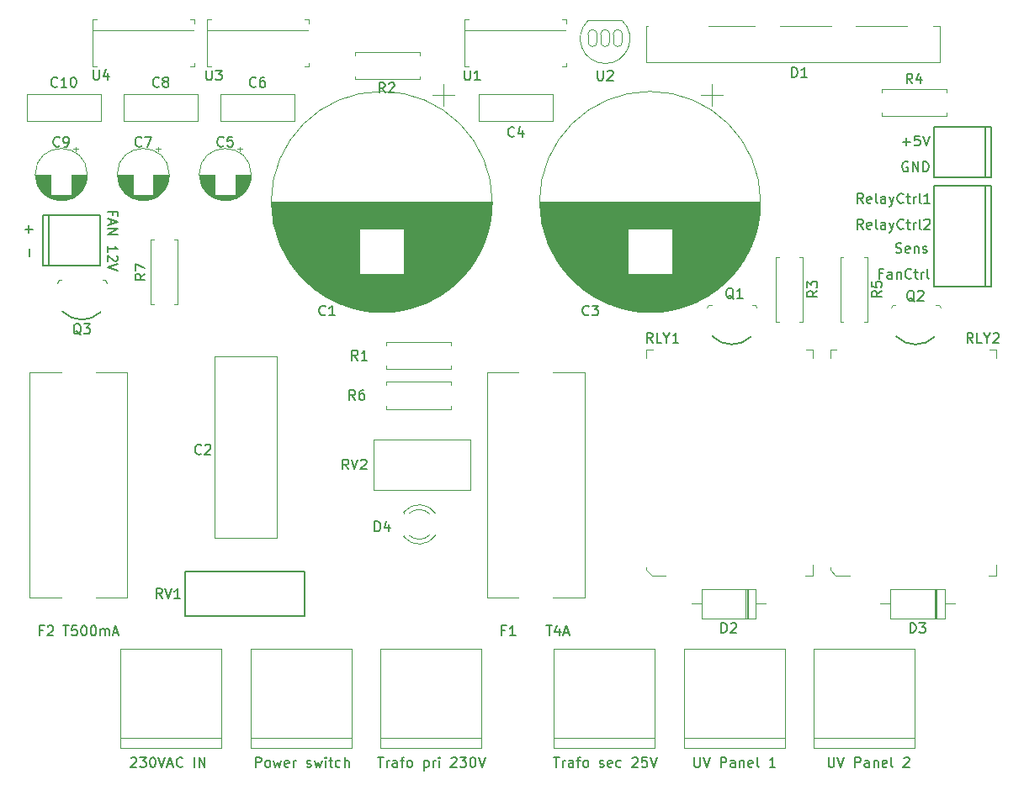
<source format=gbr>
G04 #@! TF.GenerationSoftware,KiCad,Pcbnew,(5.1.7)-1*
G04 #@! TF.CreationDate,2020-11-03T19:28:51+01:00*
G04 #@! TF.ProjectId,PSU,5053552e-6b69-4636-9164-5f7063625858,rev?*
G04 #@! TF.SameCoordinates,Original*
G04 #@! TF.FileFunction,Legend,Top*
G04 #@! TF.FilePolarity,Positive*
%FSLAX46Y46*%
G04 Gerber Fmt 4.6, Leading zero omitted, Abs format (unit mm)*
G04 Created by KiCad (PCBNEW (5.1.7)-1) date 2020-11-03 19:28:51*
%MOMM*%
%LPD*%
G01*
G04 APERTURE LIST*
%ADD10C,0.150000*%
%ADD11C,0.120000*%
%ADD12C,0.100000*%
G04 APERTURE END LIST*
D10*
X185880952Y-62728571D02*
X185547619Y-62728571D01*
X185547619Y-63252380D02*
X185547619Y-62252380D01*
X186023809Y-62252380D01*
X186833333Y-63252380D02*
X186833333Y-62728571D01*
X186785714Y-62633333D01*
X186690476Y-62585714D01*
X186500000Y-62585714D01*
X186404761Y-62633333D01*
X186833333Y-63204761D02*
X186738095Y-63252380D01*
X186500000Y-63252380D01*
X186404761Y-63204761D01*
X186357142Y-63109523D01*
X186357142Y-63014285D01*
X186404761Y-62919047D01*
X186500000Y-62871428D01*
X186738095Y-62871428D01*
X186833333Y-62823809D01*
X187309523Y-62585714D02*
X187309523Y-63252380D01*
X187309523Y-62680952D02*
X187357142Y-62633333D01*
X187452380Y-62585714D01*
X187595238Y-62585714D01*
X187690476Y-62633333D01*
X187738095Y-62728571D01*
X187738095Y-63252380D01*
X188785714Y-63157142D02*
X188738095Y-63204761D01*
X188595238Y-63252380D01*
X188500000Y-63252380D01*
X188357142Y-63204761D01*
X188261904Y-63109523D01*
X188214285Y-63014285D01*
X188166666Y-62823809D01*
X188166666Y-62680952D01*
X188214285Y-62490476D01*
X188261904Y-62395238D01*
X188357142Y-62300000D01*
X188500000Y-62252380D01*
X188595238Y-62252380D01*
X188738095Y-62300000D01*
X188785714Y-62347619D01*
X189071428Y-62585714D02*
X189452380Y-62585714D01*
X189214285Y-62252380D02*
X189214285Y-63109523D01*
X189261904Y-63204761D01*
X189357142Y-63252380D01*
X189452380Y-63252380D01*
X189785714Y-63252380D02*
X189785714Y-62585714D01*
X189785714Y-62776190D02*
X189833333Y-62680952D01*
X189880952Y-62633333D01*
X189976190Y-62585714D01*
X190071428Y-62585714D01*
X190547619Y-63252380D02*
X190452380Y-63204761D01*
X190404761Y-63109523D01*
X190404761Y-62252380D01*
X187228571Y-60604761D02*
X187371428Y-60652380D01*
X187609523Y-60652380D01*
X187704761Y-60604761D01*
X187752380Y-60557142D01*
X187800000Y-60461904D01*
X187800000Y-60366666D01*
X187752380Y-60271428D01*
X187704761Y-60223809D01*
X187609523Y-60176190D01*
X187419047Y-60128571D01*
X187323809Y-60080952D01*
X187276190Y-60033333D01*
X187228571Y-59938095D01*
X187228571Y-59842857D01*
X187276190Y-59747619D01*
X187323809Y-59700000D01*
X187419047Y-59652380D01*
X187657142Y-59652380D01*
X187800000Y-59700000D01*
X188609523Y-60604761D02*
X188514285Y-60652380D01*
X188323809Y-60652380D01*
X188228571Y-60604761D01*
X188180952Y-60509523D01*
X188180952Y-60128571D01*
X188228571Y-60033333D01*
X188323809Y-59985714D01*
X188514285Y-59985714D01*
X188609523Y-60033333D01*
X188657142Y-60128571D01*
X188657142Y-60223809D01*
X188180952Y-60319047D01*
X189085714Y-59985714D02*
X189085714Y-60652380D01*
X189085714Y-60080952D02*
X189133333Y-60033333D01*
X189228571Y-59985714D01*
X189371428Y-59985714D01*
X189466666Y-60033333D01*
X189514285Y-60128571D01*
X189514285Y-60652380D01*
X189942857Y-60604761D02*
X190038095Y-60652380D01*
X190228571Y-60652380D01*
X190323809Y-60604761D01*
X190371428Y-60509523D01*
X190371428Y-60461904D01*
X190323809Y-60366666D01*
X190228571Y-60319047D01*
X190085714Y-60319047D01*
X189990476Y-60271428D01*
X189942857Y-60176190D01*
X189942857Y-60128571D01*
X189990476Y-60033333D01*
X190085714Y-59985714D01*
X190228571Y-59985714D01*
X190323809Y-60033333D01*
X100071428Y-60980952D02*
X100071428Y-60219047D01*
X99619047Y-58271428D02*
X100380952Y-58271428D01*
X100000000Y-58652380D02*
X100000000Y-57890476D01*
X108471428Y-56828571D02*
X108471428Y-56495238D01*
X107947619Y-56495238D02*
X108947619Y-56495238D01*
X108947619Y-56971428D01*
X108233333Y-57304761D02*
X108233333Y-57780952D01*
X107947619Y-57209523D02*
X108947619Y-57542857D01*
X107947619Y-57876190D01*
X107947619Y-58209523D02*
X108947619Y-58209523D01*
X107947619Y-58780952D01*
X108947619Y-58780952D01*
X107947619Y-60542857D02*
X107947619Y-59971428D01*
X107947619Y-60257142D02*
X108947619Y-60257142D01*
X108804761Y-60161904D01*
X108709523Y-60066666D01*
X108661904Y-59971428D01*
X108852380Y-60923809D02*
X108900000Y-60971428D01*
X108947619Y-61066666D01*
X108947619Y-61304761D01*
X108900000Y-61400000D01*
X108852380Y-61447619D01*
X108757142Y-61495238D01*
X108661904Y-61495238D01*
X108519047Y-61447619D01*
X107947619Y-60876190D01*
X107947619Y-61495238D01*
X108947619Y-61780952D02*
X107947619Y-62114285D01*
X108947619Y-62447619D01*
X152059523Y-98202380D02*
X152630952Y-98202380D01*
X152345238Y-99202380D02*
X152345238Y-98202380D01*
X153392857Y-98535714D02*
X153392857Y-99202380D01*
X153154761Y-98154761D02*
X152916666Y-98869047D01*
X153535714Y-98869047D01*
X153869047Y-98916666D02*
X154345238Y-98916666D01*
X153773809Y-99202380D02*
X154107142Y-98202380D01*
X154440476Y-99202380D01*
X103440476Y-98202380D02*
X104011904Y-98202380D01*
X103726190Y-99202380D02*
X103726190Y-98202380D01*
X104821428Y-98202380D02*
X104345238Y-98202380D01*
X104297619Y-98678571D01*
X104345238Y-98630952D01*
X104440476Y-98583333D01*
X104678571Y-98583333D01*
X104773809Y-98630952D01*
X104821428Y-98678571D01*
X104869047Y-98773809D01*
X104869047Y-99011904D01*
X104821428Y-99107142D01*
X104773809Y-99154761D01*
X104678571Y-99202380D01*
X104440476Y-99202380D01*
X104345238Y-99154761D01*
X104297619Y-99107142D01*
X105488095Y-98202380D02*
X105583333Y-98202380D01*
X105678571Y-98250000D01*
X105726190Y-98297619D01*
X105773809Y-98392857D01*
X105821428Y-98583333D01*
X105821428Y-98821428D01*
X105773809Y-99011904D01*
X105726190Y-99107142D01*
X105678571Y-99154761D01*
X105583333Y-99202380D01*
X105488095Y-99202380D01*
X105392857Y-99154761D01*
X105345238Y-99107142D01*
X105297619Y-99011904D01*
X105250000Y-98821428D01*
X105250000Y-98583333D01*
X105297619Y-98392857D01*
X105345238Y-98297619D01*
X105392857Y-98250000D01*
X105488095Y-98202380D01*
X106440476Y-98202380D02*
X106535714Y-98202380D01*
X106630952Y-98250000D01*
X106678571Y-98297619D01*
X106726190Y-98392857D01*
X106773809Y-98583333D01*
X106773809Y-98821428D01*
X106726190Y-99011904D01*
X106678571Y-99107142D01*
X106630952Y-99154761D01*
X106535714Y-99202380D01*
X106440476Y-99202380D01*
X106345238Y-99154761D01*
X106297619Y-99107142D01*
X106250000Y-99011904D01*
X106202380Y-98821428D01*
X106202380Y-98583333D01*
X106250000Y-98392857D01*
X106297619Y-98297619D01*
X106345238Y-98250000D01*
X106440476Y-98202380D01*
X107202380Y-99202380D02*
X107202380Y-98535714D01*
X107202380Y-98630952D02*
X107250000Y-98583333D01*
X107345238Y-98535714D01*
X107488095Y-98535714D01*
X107583333Y-98583333D01*
X107630952Y-98678571D01*
X107630952Y-99202380D01*
X107630952Y-98678571D02*
X107678571Y-98583333D01*
X107773809Y-98535714D01*
X107916666Y-98535714D01*
X108011904Y-98583333D01*
X108059523Y-98678571D01*
X108059523Y-99202380D01*
X108488095Y-98916666D02*
X108964285Y-98916666D01*
X108392857Y-99202380D02*
X108726190Y-98202380D01*
X109059523Y-99202380D01*
X188438095Y-51500000D02*
X188342857Y-51452380D01*
X188200000Y-51452380D01*
X188057142Y-51500000D01*
X187961904Y-51595238D01*
X187914285Y-51690476D01*
X187866666Y-51880952D01*
X187866666Y-52023809D01*
X187914285Y-52214285D01*
X187961904Y-52309523D01*
X188057142Y-52404761D01*
X188200000Y-52452380D01*
X188295238Y-52452380D01*
X188438095Y-52404761D01*
X188485714Y-52357142D01*
X188485714Y-52023809D01*
X188295238Y-52023809D01*
X188914285Y-52452380D02*
X188914285Y-51452380D01*
X189485714Y-52452380D01*
X189485714Y-51452380D01*
X189961904Y-52452380D02*
X189961904Y-51452380D01*
X190200000Y-51452380D01*
X190342857Y-51500000D01*
X190438095Y-51595238D01*
X190485714Y-51690476D01*
X190533333Y-51880952D01*
X190533333Y-52023809D01*
X190485714Y-52214285D01*
X190438095Y-52309523D01*
X190342857Y-52404761D01*
X190200000Y-52452380D01*
X189961904Y-52452380D01*
X183952380Y-55652380D02*
X183619047Y-55176190D01*
X183380952Y-55652380D02*
X183380952Y-54652380D01*
X183761904Y-54652380D01*
X183857142Y-54700000D01*
X183904761Y-54747619D01*
X183952380Y-54842857D01*
X183952380Y-54985714D01*
X183904761Y-55080952D01*
X183857142Y-55128571D01*
X183761904Y-55176190D01*
X183380952Y-55176190D01*
X184761904Y-55604761D02*
X184666666Y-55652380D01*
X184476190Y-55652380D01*
X184380952Y-55604761D01*
X184333333Y-55509523D01*
X184333333Y-55128571D01*
X184380952Y-55033333D01*
X184476190Y-54985714D01*
X184666666Y-54985714D01*
X184761904Y-55033333D01*
X184809523Y-55128571D01*
X184809523Y-55223809D01*
X184333333Y-55319047D01*
X185380952Y-55652380D02*
X185285714Y-55604761D01*
X185238095Y-55509523D01*
X185238095Y-54652380D01*
X186190476Y-55652380D02*
X186190476Y-55128571D01*
X186142857Y-55033333D01*
X186047619Y-54985714D01*
X185857142Y-54985714D01*
X185761904Y-55033333D01*
X186190476Y-55604761D02*
X186095238Y-55652380D01*
X185857142Y-55652380D01*
X185761904Y-55604761D01*
X185714285Y-55509523D01*
X185714285Y-55414285D01*
X185761904Y-55319047D01*
X185857142Y-55271428D01*
X186095238Y-55271428D01*
X186190476Y-55223809D01*
X186571428Y-54985714D02*
X186809523Y-55652380D01*
X187047619Y-54985714D02*
X186809523Y-55652380D01*
X186714285Y-55890476D01*
X186666666Y-55938095D01*
X186571428Y-55985714D01*
X188000000Y-55557142D02*
X187952380Y-55604761D01*
X187809523Y-55652380D01*
X187714285Y-55652380D01*
X187571428Y-55604761D01*
X187476190Y-55509523D01*
X187428571Y-55414285D01*
X187380952Y-55223809D01*
X187380952Y-55080952D01*
X187428571Y-54890476D01*
X187476190Y-54795238D01*
X187571428Y-54700000D01*
X187714285Y-54652380D01*
X187809523Y-54652380D01*
X187952380Y-54700000D01*
X188000000Y-54747619D01*
X188285714Y-54985714D02*
X188666666Y-54985714D01*
X188428571Y-54652380D02*
X188428571Y-55509523D01*
X188476190Y-55604761D01*
X188571428Y-55652380D01*
X188666666Y-55652380D01*
X189000000Y-55652380D02*
X189000000Y-54985714D01*
X189000000Y-55176190D02*
X189047619Y-55080952D01*
X189095238Y-55033333D01*
X189190476Y-54985714D01*
X189285714Y-54985714D01*
X189761904Y-55652380D02*
X189666666Y-55604761D01*
X189619047Y-55509523D01*
X189619047Y-54652380D01*
X190666666Y-55652380D02*
X190095238Y-55652380D01*
X190380952Y-55652380D02*
X190380952Y-54652380D01*
X190285714Y-54795238D01*
X190190476Y-54890476D01*
X190095238Y-54938095D01*
X183952380Y-58252380D02*
X183619047Y-57776190D01*
X183380952Y-58252380D02*
X183380952Y-57252380D01*
X183761904Y-57252380D01*
X183857142Y-57300000D01*
X183904761Y-57347619D01*
X183952380Y-57442857D01*
X183952380Y-57585714D01*
X183904761Y-57680952D01*
X183857142Y-57728571D01*
X183761904Y-57776190D01*
X183380952Y-57776190D01*
X184761904Y-58204761D02*
X184666666Y-58252380D01*
X184476190Y-58252380D01*
X184380952Y-58204761D01*
X184333333Y-58109523D01*
X184333333Y-57728571D01*
X184380952Y-57633333D01*
X184476190Y-57585714D01*
X184666666Y-57585714D01*
X184761904Y-57633333D01*
X184809523Y-57728571D01*
X184809523Y-57823809D01*
X184333333Y-57919047D01*
X185380952Y-58252380D02*
X185285714Y-58204761D01*
X185238095Y-58109523D01*
X185238095Y-57252380D01*
X186190476Y-58252380D02*
X186190476Y-57728571D01*
X186142857Y-57633333D01*
X186047619Y-57585714D01*
X185857142Y-57585714D01*
X185761904Y-57633333D01*
X186190476Y-58204761D02*
X186095238Y-58252380D01*
X185857142Y-58252380D01*
X185761904Y-58204761D01*
X185714285Y-58109523D01*
X185714285Y-58014285D01*
X185761904Y-57919047D01*
X185857142Y-57871428D01*
X186095238Y-57871428D01*
X186190476Y-57823809D01*
X186571428Y-57585714D02*
X186809523Y-58252380D01*
X187047619Y-57585714D02*
X186809523Y-58252380D01*
X186714285Y-58490476D01*
X186666666Y-58538095D01*
X186571428Y-58585714D01*
X188000000Y-58157142D02*
X187952380Y-58204761D01*
X187809523Y-58252380D01*
X187714285Y-58252380D01*
X187571428Y-58204761D01*
X187476190Y-58109523D01*
X187428571Y-58014285D01*
X187380952Y-57823809D01*
X187380952Y-57680952D01*
X187428571Y-57490476D01*
X187476190Y-57395238D01*
X187571428Y-57300000D01*
X187714285Y-57252380D01*
X187809523Y-57252380D01*
X187952380Y-57300000D01*
X188000000Y-57347619D01*
X188285714Y-57585714D02*
X188666666Y-57585714D01*
X188428571Y-57252380D02*
X188428571Y-58109523D01*
X188476190Y-58204761D01*
X188571428Y-58252380D01*
X188666666Y-58252380D01*
X189000000Y-58252380D02*
X189000000Y-57585714D01*
X189000000Y-57776190D02*
X189047619Y-57680952D01*
X189095238Y-57633333D01*
X189190476Y-57585714D01*
X189285714Y-57585714D01*
X189761904Y-58252380D02*
X189666666Y-58204761D01*
X189619047Y-58109523D01*
X189619047Y-57252380D01*
X190095238Y-57347619D02*
X190142857Y-57300000D01*
X190238095Y-57252380D01*
X190476190Y-57252380D01*
X190571428Y-57300000D01*
X190619047Y-57347619D01*
X190666666Y-57442857D01*
X190666666Y-57538095D01*
X190619047Y-57680952D01*
X190047619Y-58252380D01*
X190666666Y-58252380D01*
X187914285Y-49471428D02*
X188676190Y-49471428D01*
X188295238Y-49852380D02*
X188295238Y-49090476D01*
X189628571Y-48852380D02*
X189152380Y-48852380D01*
X189104761Y-49328571D01*
X189152380Y-49280952D01*
X189247619Y-49233333D01*
X189485714Y-49233333D01*
X189580952Y-49280952D01*
X189628571Y-49328571D01*
X189676190Y-49423809D01*
X189676190Y-49661904D01*
X189628571Y-49757142D01*
X189580952Y-49804761D01*
X189485714Y-49852380D01*
X189247619Y-49852380D01*
X189152380Y-49804761D01*
X189104761Y-49757142D01*
X189961904Y-48852380D02*
X190295238Y-49852380D01*
X190628571Y-48852380D01*
X180452380Y-111452380D02*
X180452380Y-112261904D01*
X180500000Y-112357142D01*
X180547619Y-112404761D01*
X180642857Y-112452380D01*
X180833333Y-112452380D01*
X180928571Y-112404761D01*
X180976190Y-112357142D01*
X181023809Y-112261904D01*
X181023809Y-111452380D01*
X181357142Y-111452380D02*
X181690476Y-112452380D01*
X182023809Y-111452380D01*
X183119047Y-112452380D02*
X183119047Y-111452380D01*
X183500000Y-111452380D01*
X183595238Y-111500000D01*
X183642857Y-111547619D01*
X183690476Y-111642857D01*
X183690476Y-111785714D01*
X183642857Y-111880952D01*
X183595238Y-111928571D01*
X183500000Y-111976190D01*
X183119047Y-111976190D01*
X184547619Y-112452380D02*
X184547619Y-111928571D01*
X184500000Y-111833333D01*
X184404761Y-111785714D01*
X184214285Y-111785714D01*
X184119047Y-111833333D01*
X184547619Y-112404761D02*
X184452380Y-112452380D01*
X184214285Y-112452380D01*
X184119047Y-112404761D01*
X184071428Y-112309523D01*
X184071428Y-112214285D01*
X184119047Y-112119047D01*
X184214285Y-112071428D01*
X184452380Y-112071428D01*
X184547619Y-112023809D01*
X185023809Y-111785714D02*
X185023809Y-112452380D01*
X185023809Y-111880952D02*
X185071428Y-111833333D01*
X185166666Y-111785714D01*
X185309523Y-111785714D01*
X185404761Y-111833333D01*
X185452380Y-111928571D01*
X185452380Y-112452380D01*
X186309523Y-112404761D02*
X186214285Y-112452380D01*
X186023809Y-112452380D01*
X185928571Y-112404761D01*
X185880952Y-112309523D01*
X185880952Y-111928571D01*
X185928571Y-111833333D01*
X186023809Y-111785714D01*
X186214285Y-111785714D01*
X186309523Y-111833333D01*
X186357142Y-111928571D01*
X186357142Y-112023809D01*
X185880952Y-112119047D01*
X186928571Y-112452380D02*
X186833333Y-112404761D01*
X186785714Y-112309523D01*
X186785714Y-111452380D01*
X188023809Y-111547619D02*
X188071428Y-111500000D01*
X188166666Y-111452380D01*
X188404761Y-111452380D01*
X188500000Y-111500000D01*
X188547619Y-111547619D01*
X188595238Y-111642857D01*
X188595238Y-111738095D01*
X188547619Y-111880952D01*
X187976190Y-112452380D01*
X188595238Y-112452380D01*
X166952380Y-111452380D02*
X166952380Y-112261904D01*
X167000000Y-112357142D01*
X167047619Y-112404761D01*
X167142857Y-112452380D01*
X167333333Y-112452380D01*
X167428571Y-112404761D01*
X167476190Y-112357142D01*
X167523809Y-112261904D01*
X167523809Y-111452380D01*
X167857142Y-111452380D02*
X168190476Y-112452380D01*
X168523809Y-111452380D01*
X169619047Y-112452380D02*
X169619047Y-111452380D01*
X170000000Y-111452380D01*
X170095238Y-111500000D01*
X170142857Y-111547619D01*
X170190476Y-111642857D01*
X170190476Y-111785714D01*
X170142857Y-111880952D01*
X170095238Y-111928571D01*
X170000000Y-111976190D01*
X169619047Y-111976190D01*
X171047619Y-112452380D02*
X171047619Y-111928571D01*
X171000000Y-111833333D01*
X170904761Y-111785714D01*
X170714285Y-111785714D01*
X170619047Y-111833333D01*
X171047619Y-112404761D02*
X170952380Y-112452380D01*
X170714285Y-112452380D01*
X170619047Y-112404761D01*
X170571428Y-112309523D01*
X170571428Y-112214285D01*
X170619047Y-112119047D01*
X170714285Y-112071428D01*
X170952380Y-112071428D01*
X171047619Y-112023809D01*
X171523809Y-111785714D02*
X171523809Y-112452380D01*
X171523809Y-111880952D02*
X171571428Y-111833333D01*
X171666666Y-111785714D01*
X171809523Y-111785714D01*
X171904761Y-111833333D01*
X171952380Y-111928571D01*
X171952380Y-112452380D01*
X172809523Y-112404761D02*
X172714285Y-112452380D01*
X172523809Y-112452380D01*
X172428571Y-112404761D01*
X172380952Y-112309523D01*
X172380952Y-111928571D01*
X172428571Y-111833333D01*
X172523809Y-111785714D01*
X172714285Y-111785714D01*
X172809523Y-111833333D01*
X172857142Y-111928571D01*
X172857142Y-112023809D01*
X172380952Y-112119047D01*
X173428571Y-112452380D02*
X173333333Y-112404761D01*
X173285714Y-112309523D01*
X173285714Y-111452380D01*
X175095238Y-112452380D02*
X174523809Y-112452380D01*
X174809523Y-112452380D02*
X174809523Y-111452380D01*
X174714285Y-111595238D01*
X174619047Y-111690476D01*
X174523809Y-111738095D01*
X152809523Y-111452380D02*
X153380952Y-111452380D01*
X153095238Y-112452380D02*
X153095238Y-111452380D01*
X153714285Y-112452380D02*
X153714285Y-111785714D01*
X153714285Y-111976190D02*
X153761904Y-111880952D01*
X153809523Y-111833333D01*
X153904761Y-111785714D01*
X154000000Y-111785714D01*
X154761904Y-112452380D02*
X154761904Y-111928571D01*
X154714285Y-111833333D01*
X154619047Y-111785714D01*
X154428571Y-111785714D01*
X154333333Y-111833333D01*
X154761904Y-112404761D02*
X154666666Y-112452380D01*
X154428571Y-112452380D01*
X154333333Y-112404761D01*
X154285714Y-112309523D01*
X154285714Y-112214285D01*
X154333333Y-112119047D01*
X154428571Y-112071428D01*
X154666666Y-112071428D01*
X154761904Y-112023809D01*
X155095238Y-111785714D02*
X155476190Y-111785714D01*
X155238095Y-112452380D02*
X155238095Y-111595238D01*
X155285714Y-111500000D01*
X155380952Y-111452380D01*
X155476190Y-111452380D01*
X155952380Y-112452380D02*
X155857142Y-112404761D01*
X155809523Y-112357142D01*
X155761904Y-112261904D01*
X155761904Y-111976190D01*
X155809523Y-111880952D01*
X155857142Y-111833333D01*
X155952380Y-111785714D01*
X156095238Y-111785714D01*
X156190476Y-111833333D01*
X156238095Y-111880952D01*
X156285714Y-111976190D01*
X156285714Y-112261904D01*
X156238095Y-112357142D01*
X156190476Y-112404761D01*
X156095238Y-112452380D01*
X155952380Y-112452380D01*
X157428571Y-112404761D02*
X157523809Y-112452380D01*
X157714285Y-112452380D01*
X157809523Y-112404761D01*
X157857142Y-112309523D01*
X157857142Y-112261904D01*
X157809523Y-112166666D01*
X157714285Y-112119047D01*
X157571428Y-112119047D01*
X157476190Y-112071428D01*
X157428571Y-111976190D01*
X157428571Y-111928571D01*
X157476190Y-111833333D01*
X157571428Y-111785714D01*
X157714285Y-111785714D01*
X157809523Y-111833333D01*
X158666666Y-112404761D02*
X158571428Y-112452380D01*
X158380952Y-112452380D01*
X158285714Y-112404761D01*
X158238095Y-112309523D01*
X158238095Y-111928571D01*
X158285714Y-111833333D01*
X158380952Y-111785714D01*
X158571428Y-111785714D01*
X158666666Y-111833333D01*
X158714285Y-111928571D01*
X158714285Y-112023809D01*
X158238095Y-112119047D01*
X159571428Y-112404761D02*
X159476190Y-112452380D01*
X159285714Y-112452380D01*
X159190476Y-112404761D01*
X159142857Y-112357142D01*
X159095238Y-112261904D01*
X159095238Y-111976190D01*
X159142857Y-111880952D01*
X159190476Y-111833333D01*
X159285714Y-111785714D01*
X159476190Y-111785714D01*
X159571428Y-111833333D01*
X160714285Y-111547619D02*
X160761904Y-111500000D01*
X160857142Y-111452380D01*
X161095238Y-111452380D01*
X161190476Y-111500000D01*
X161238095Y-111547619D01*
X161285714Y-111642857D01*
X161285714Y-111738095D01*
X161238095Y-111880952D01*
X160666666Y-112452380D01*
X161285714Y-112452380D01*
X162190476Y-111452380D02*
X161714285Y-111452380D01*
X161666666Y-111928571D01*
X161714285Y-111880952D01*
X161809523Y-111833333D01*
X162047619Y-111833333D01*
X162142857Y-111880952D01*
X162190476Y-111928571D01*
X162238095Y-112023809D01*
X162238095Y-112261904D01*
X162190476Y-112357142D01*
X162142857Y-112404761D01*
X162047619Y-112452380D01*
X161809523Y-112452380D01*
X161714285Y-112404761D01*
X161666666Y-112357142D01*
X162523809Y-111452380D02*
X162857142Y-112452380D01*
X163190476Y-111452380D01*
X135095238Y-111452380D02*
X135666666Y-111452380D01*
X135380952Y-112452380D02*
X135380952Y-111452380D01*
X136000000Y-112452380D02*
X136000000Y-111785714D01*
X136000000Y-111976190D02*
X136047619Y-111880952D01*
X136095238Y-111833333D01*
X136190476Y-111785714D01*
X136285714Y-111785714D01*
X137047619Y-112452380D02*
X137047619Y-111928571D01*
X137000000Y-111833333D01*
X136904761Y-111785714D01*
X136714285Y-111785714D01*
X136619047Y-111833333D01*
X137047619Y-112404761D02*
X136952380Y-112452380D01*
X136714285Y-112452380D01*
X136619047Y-112404761D01*
X136571428Y-112309523D01*
X136571428Y-112214285D01*
X136619047Y-112119047D01*
X136714285Y-112071428D01*
X136952380Y-112071428D01*
X137047619Y-112023809D01*
X137380952Y-111785714D02*
X137761904Y-111785714D01*
X137523809Y-112452380D02*
X137523809Y-111595238D01*
X137571428Y-111500000D01*
X137666666Y-111452380D01*
X137761904Y-111452380D01*
X138238095Y-112452380D02*
X138142857Y-112404761D01*
X138095238Y-112357142D01*
X138047619Y-112261904D01*
X138047619Y-111976190D01*
X138095238Y-111880952D01*
X138142857Y-111833333D01*
X138238095Y-111785714D01*
X138380952Y-111785714D01*
X138476190Y-111833333D01*
X138523809Y-111880952D01*
X138571428Y-111976190D01*
X138571428Y-112261904D01*
X138523809Y-112357142D01*
X138476190Y-112404761D01*
X138380952Y-112452380D01*
X138238095Y-112452380D01*
X139761904Y-111785714D02*
X139761904Y-112785714D01*
X139761904Y-111833333D02*
X139857142Y-111785714D01*
X140047619Y-111785714D01*
X140142857Y-111833333D01*
X140190476Y-111880952D01*
X140238095Y-111976190D01*
X140238095Y-112261904D01*
X140190476Y-112357142D01*
X140142857Y-112404761D01*
X140047619Y-112452380D01*
X139857142Y-112452380D01*
X139761904Y-112404761D01*
X140666666Y-112452380D02*
X140666666Y-111785714D01*
X140666666Y-111976190D02*
X140714285Y-111880952D01*
X140761904Y-111833333D01*
X140857142Y-111785714D01*
X140952380Y-111785714D01*
X141285714Y-112452380D02*
X141285714Y-111785714D01*
X141285714Y-111452380D02*
X141238095Y-111500000D01*
X141285714Y-111547619D01*
X141333333Y-111500000D01*
X141285714Y-111452380D01*
X141285714Y-111547619D01*
X142476190Y-111547619D02*
X142523809Y-111500000D01*
X142619047Y-111452380D01*
X142857142Y-111452380D01*
X142952380Y-111500000D01*
X143000000Y-111547619D01*
X143047619Y-111642857D01*
X143047619Y-111738095D01*
X143000000Y-111880952D01*
X142428571Y-112452380D01*
X143047619Y-112452380D01*
X143380952Y-111452380D02*
X144000000Y-111452380D01*
X143666666Y-111833333D01*
X143809523Y-111833333D01*
X143904761Y-111880952D01*
X143952380Y-111928571D01*
X144000000Y-112023809D01*
X144000000Y-112261904D01*
X143952380Y-112357142D01*
X143904761Y-112404761D01*
X143809523Y-112452380D01*
X143523809Y-112452380D01*
X143428571Y-112404761D01*
X143380952Y-112357142D01*
X144619047Y-111452380D02*
X144714285Y-111452380D01*
X144809523Y-111500000D01*
X144857142Y-111547619D01*
X144904761Y-111642857D01*
X144952380Y-111833333D01*
X144952380Y-112071428D01*
X144904761Y-112261904D01*
X144857142Y-112357142D01*
X144809523Y-112404761D01*
X144714285Y-112452380D01*
X144619047Y-112452380D01*
X144523809Y-112404761D01*
X144476190Y-112357142D01*
X144428571Y-112261904D01*
X144380952Y-112071428D01*
X144380952Y-111833333D01*
X144428571Y-111642857D01*
X144476190Y-111547619D01*
X144523809Y-111500000D01*
X144619047Y-111452380D01*
X145238095Y-111452380D02*
X145571428Y-112452380D01*
X145904761Y-111452380D01*
X122809523Y-112452380D02*
X122809523Y-111452380D01*
X123190476Y-111452380D01*
X123285714Y-111500000D01*
X123333333Y-111547619D01*
X123380952Y-111642857D01*
X123380952Y-111785714D01*
X123333333Y-111880952D01*
X123285714Y-111928571D01*
X123190476Y-111976190D01*
X122809523Y-111976190D01*
X123952380Y-112452380D02*
X123857142Y-112404761D01*
X123809523Y-112357142D01*
X123761904Y-112261904D01*
X123761904Y-111976190D01*
X123809523Y-111880952D01*
X123857142Y-111833333D01*
X123952380Y-111785714D01*
X124095238Y-111785714D01*
X124190476Y-111833333D01*
X124238095Y-111880952D01*
X124285714Y-111976190D01*
X124285714Y-112261904D01*
X124238095Y-112357142D01*
X124190476Y-112404761D01*
X124095238Y-112452380D01*
X123952380Y-112452380D01*
X124619047Y-111785714D02*
X124809523Y-112452380D01*
X125000000Y-111976190D01*
X125190476Y-112452380D01*
X125380952Y-111785714D01*
X126142857Y-112404761D02*
X126047619Y-112452380D01*
X125857142Y-112452380D01*
X125761904Y-112404761D01*
X125714285Y-112309523D01*
X125714285Y-111928571D01*
X125761904Y-111833333D01*
X125857142Y-111785714D01*
X126047619Y-111785714D01*
X126142857Y-111833333D01*
X126190476Y-111928571D01*
X126190476Y-112023809D01*
X125714285Y-112119047D01*
X126619047Y-112452380D02*
X126619047Y-111785714D01*
X126619047Y-111976190D02*
X126666666Y-111880952D01*
X126714285Y-111833333D01*
X126809523Y-111785714D01*
X126904761Y-111785714D01*
X127952380Y-112404761D02*
X128047619Y-112452380D01*
X128238095Y-112452380D01*
X128333333Y-112404761D01*
X128380952Y-112309523D01*
X128380952Y-112261904D01*
X128333333Y-112166666D01*
X128238095Y-112119047D01*
X128095238Y-112119047D01*
X128000000Y-112071428D01*
X127952380Y-111976190D01*
X127952380Y-111928571D01*
X128000000Y-111833333D01*
X128095238Y-111785714D01*
X128238095Y-111785714D01*
X128333333Y-111833333D01*
X128714285Y-111785714D02*
X128904761Y-112452380D01*
X129095238Y-111976190D01*
X129285714Y-112452380D01*
X129476190Y-111785714D01*
X129857142Y-112452380D02*
X129857142Y-111785714D01*
X129857142Y-111452380D02*
X129809523Y-111500000D01*
X129857142Y-111547619D01*
X129904761Y-111500000D01*
X129857142Y-111452380D01*
X129857142Y-111547619D01*
X130190476Y-111785714D02*
X130571428Y-111785714D01*
X130333333Y-111452380D02*
X130333333Y-112309523D01*
X130380952Y-112404761D01*
X130476190Y-112452380D01*
X130571428Y-112452380D01*
X131333333Y-112404761D02*
X131238095Y-112452380D01*
X131047619Y-112452380D01*
X130952380Y-112404761D01*
X130904761Y-112357142D01*
X130857142Y-112261904D01*
X130857142Y-111976190D01*
X130904761Y-111880952D01*
X130952380Y-111833333D01*
X131047619Y-111785714D01*
X131238095Y-111785714D01*
X131333333Y-111833333D01*
X131761904Y-112452380D02*
X131761904Y-111452380D01*
X132190476Y-112452380D02*
X132190476Y-111928571D01*
X132142857Y-111833333D01*
X132047619Y-111785714D01*
X131904761Y-111785714D01*
X131809523Y-111833333D01*
X131761904Y-111880952D01*
X110261904Y-111547619D02*
X110309523Y-111500000D01*
X110404761Y-111452380D01*
X110642857Y-111452380D01*
X110738095Y-111500000D01*
X110785714Y-111547619D01*
X110833333Y-111642857D01*
X110833333Y-111738095D01*
X110785714Y-111880952D01*
X110214285Y-112452380D01*
X110833333Y-112452380D01*
X111166666Y-111452380D02*
X111785714Y-111452380D01*
X111452380Y-111833333D01*
X111595238Y-111833333D01*
X111690476Y-111880952D01*
X111738095Y-111928571D01*
X111785714Y-112023809D01*
X111785714Y-112261904D01*
X111738095Y-112357142D01*
X111690476Y-112404761D01*
X111595238Y-112452380D01*
X111309523Y-112452380D01*
X111214285Y-112404761D01*
X111166666Y-112357142D01*
X112404761Y-111452380D02*
X112500000Y-111452380D01*
X112595238Y-111500000D01*
X112642857Y-111547619D01*
X112690476Y-111642857D01*
X112738095Y-111833333D01*
X112738095Y-112071428D01*
X112690476Y-112261904D01*
X112642857Y-112357142D01*
X112595238Y-112404761D01*
X112500000Y-112452380D01*
X112404761Y-112452380D01*
X112309523Y-112404761D01*
X112261904Y-112357142D01*
X112214285Y-112261904D01*
X112166666Y-112071428D01*
X112166666Y-111833333D01*
X112214285Y-111642857D01*
X112261904Y-111547619D01*
X112309523Y-111500000D01*
X112404761Y-111452380D01*
X113023809Y-111452380D02*
X113357142Y-112452380D01*
X113690476Y-111452380D01*
X113976190Y-112166666D02*
X114452380Y-112166666D01*
X113880952Y-112452380D02*
X114214285Y-111452380D01*
X114547619Y-112452380D01*
X115452380Y-112357142D02*
X115404761Y-112404761D01*
X115261904Y-112452380D01*
X115166666Y-112452380D01*
X115023809Y-112404761D01*
X114928571Y-112309523D01*
X114880952Y-112214285D01*
X114833333Y-112023809D01*
X114833333Y-111880952D01*
X114880952Y-111690476D01*
X114928571Y-111595238D01*
X115023809Y-111500000D01*
X115166666Y-111452380D01*
X115261904Y-111452380D01*
X115404761Y-111500000D01*
X115452380Y-111547619D01*
X116642857Y-112452380D02*
X116642857Y-111452380D01*
X117119047Y-112452380D02*
X117119047Y-111452380D01*
X117690476Y-112452380D01*
X117690476Y-111452380D01*
D11*
X156249255Y-37254942D02*
G75*
G03*
X159695000Y-37240000I1730745J-1808058D01*
G01*
X159690000Y-37240000D02*
X156270000Y-37240000D01*
X112560000Y-65860000D02*
X112230000Y-65860000D01*
X112230000Y-65860000D02*
X112230000Y-59320000D01*
X112230000Y-59320000D02*
X112560000Y-59320000D01*
X114640000Y-65860000D02*
X114970000Y-65860000D01*
X114970000Y-65860000D02*
X114970000Y-59320000D01*
X114970000Y-59320000D02*
X114640000Y-59320000D01*
D10*
X103380000Y-66550000D02*
G75*
G03*
X107230000Y-66600000I1950000J1900000D01*
G01*
D12*
X102980000Y-63400000D02*
X102830000Y-63700000D01*
X102980000Y-63400000D02*
X103280000Y-63400000D01*
X107380000Y-63400000D02*
X107680000Y-63400000D01*
X107680000Y-63400000D02*
X107830000Y-63700000D01*
D10*
X102000000Y-61900000D02*
X102000000Y-56900000D01*
X101400000Y-61940000D02*
X101400000Y-56860000D01*
X101400000Y-56860000D02*
X107200000Y-56860000D01*
X107200000Y-56860000D02*
X107200000Y-61940000D01*
X107200000Y-61940000D02*
X101400000Y-61940000D01*
D12*
X117940000Y-38210000D02*
X128040000Y-38210000D01*
X128140000Y-41900000D02*
X128140000Y-41500000D01*
X128140000Y-41900000D02*
X127740000Y-41900000D01*
X117940000Y-41900000D02*
X117940000Y-37500000D01*
X117940000Y-41900000D02*
X118340000Y-41900000D01*
X117940000Y-37100000D02*
X117940000Y-37500000D01*
X117940000Y-37100000D02*
X118340000Y-37100000D01*
X127740000Y-37100000D02*
X128140000Y-37100000D01*
X128140000Y-37100000D02*
X128140000Y-37500000D01*
D11*
X185790000Y-44460000D02*
X185790000Y-44130000D01*
X185790000Y-44130000D02*
X192330000Y-44130000D01*
X192330000Y-44130000D02*
X192330000Y-44460000D01*
X185790000Y-46540000D02*
X185790000Y-46870000D01*
X185790000Y-46870000D02*
X192330000Y-46870000D01*
X192330000Y-46870000D02*
X192330000Y-46540000D01*
D10*
X196250000Y-48000000D02*
X196250000Y-53000000D01*
X196850000Y-47960000D02*
X196850000Y-53040000D01*
X196850000Y-53040000D02*
X191050000Y-53040000D01*
X191050000Y-53040000D02*
X191050000Y-47960000D01*
X191050000Y-47960000D02*
X196850000Y-47960000D01*
X196250000Y-53920000D02*
X196250000Y-64080000D01*
X196850000Y-53920000D02*
X196850000Y-64080000D01*
X196850000Y-64080000D02*
X191050000Y-64080000D01*
X191050000Y-64080000D02*
X191050000Y-53920000D01*
X191050000Y-53920000D02*
X196850000Y-53920000D01*
D11*
X99780000Y-44630000D02*
X107220000Y-44630000D01*
X99780000Y-47370000D02*
X107220000Y-47370000D01*
X99780000Y-44630000D02*
X99780000Y-47370000D01*
X107220000Y-44630000D02*
X107220000Y-47370000D01*
X105870000Y-52750000D02*
G75*
G03*
X105870000Y-52750000I-2620000J0D01*
G01*
X102210000Y-52750000D02*
X100670000Y-52750000D01*
X105830000Y-52750000D02*
X104290000Y-52750000D01*
X102210000Y-52790000D02*
X100670000Y-52790000D01*
X105830000Y-52790000D02*
X104290000Y-52790000D01*
X105829000Y-52830000D02*
X104290000Y-52830000D01*
X102210000Y-52830000D02*
X100671000Y-52830000D01*
X105828000Y-52870000D02*
X104290000Y-52870000D01*
X102210000Y-52870000D02*
X100672000Y-52870000D01*
X105826000Y-52910000D02*
X104290000Y-52910000D01*
X102210000Y-52910000D02*
X100674000Y-52910000D01*
X105823000Y-52950000D02*
X104290000Y-52950000D01*
X102210000Y-52950000D02*
X100677000Y-52950000D01*
X105819000Y-52990000D02*
X104290000Y-52990000D01*
X102210000Y-52990000D02*
X100681000Y-52990000D01*
X105815000Y-53030000D02*
X104290000Y-53030000D01*
X102210000Y-53030000D02*
X100685000Y-53030000D01*
X105811000Y-53070000D02*
X104290000Y-53070000D01*
X102210000Y-53070000D02*
X100689000Y-53070000D01*
X105806000Y-53110000D02*
X104290000Y-53110000D01*
X102210000Y-53110000D02*
X100694000Y-53110000D01*
X105800000Y-53150000D02*
X104290000Y-53150000D01*
X102210000Y-53150000D02*
X100700000Y-53150000D01*
X105793000Y-53190000D02*
X104290000Y-53190000D01*
X102210000Y-53190000D02*
X100707000Y-53190000D01*
X105786000Y-53230000D02*
X104290000Y-53230000D01*
X102210000Y-53230000D02*
X100714000Y-53230000D01*
X105778000Y-53270000D02*
X104290000Y-53270000D01*
X102210000Y-53270000D02*
X100722000Y-53270000D01*
X105770000Y-53310000D02*
X104290000Y-53310000D01*
X102210000Y-53310000D02*
X100730000Y-53310000D01*
X105761000Y-53350000D02*
X104290000Y-53350000D01*
X102210000Y-53350000D02*
X100739000Y-53350000D01*
X105751000Y-53390000D02*
X104290000Y-53390000D01*
X102210000Y-53390000D02*
X100749000Y-53390000D01*
X105741000Y-53430000D02*
X104290000Y-53430000D01*
X102210000Y-53430000D02*
X100759000Y-53430000D01*
X105730000Y-53471000D02*
X104290000Y-53471000D01*
X102210000Y-53471000D02*
X100770000Y-53471000D01*
X105718000Y-53511000D02*
X104290000Y-53511000D01*
X102210000Y-53511000D02*
X100782000Y-53511000D01*
X105705000Y-53551000D02*
X104290000Y-53551000D01*
X102210000Y-53551000D02*
X100795000Y-53551000D01*
X105692000Y-53591000D02*
X104290000Y-53591000D01*
X102210000Y-53591000D02*
X100808000Y-53591000D01*
X105678000Y-53631000D02*
X104290000Y-53631000D01*
X102210000Y-53631000D02*
X100822000Y-53631000D01*
X105664000Y-53671000D02*
X104290000Y-53671000D01*
X102210000Y-53671000D02*
X100836000Y-53671000D01*
X105648000Y-53711000D02*
X104290000Y-53711000D01*
X102210000Y-53711000D02*
X100852000Y-53711000D01*
X105632000Y-53751000D02*
X104290000Y-53751000D01*
X102210000Y-53751000D02*
X100868000Y-53751000D01*
X105615000Y-53791000D02*
X104290000Y-53791000D01*
X102210000Y-53791000D02*
X100885000Y-53791000D01*
X105598000Y-53831000D02*
X104290000Y-53831000D01*
X102210000Y-53831000D02*
X100902000Y-53831000D01*
X105579000Y-53871000D02*
X104290000Y-53871000D01*
X102210000Y-53871000D02*
X100921000Y-53871000D01*
X105560000Y-53911000D02*
X104290000Y-53911000D01*
X102210000Y-53911000D02*
X100940000Y-53911000D01*
X105540000Y-53951000D02*
X104290000Y-53951000D01*
X102210000Y-53951000D02*
X100960000Y-53951000D01*
X105518000Y-53991000D02*
X104290000Y-53991000D01*
X102210000Y-53991000D02*
X100982000Y-53991000D01*
X105497000Y-54031000D02*
X104290000Y-54031000D01*
X102210000Y-54031000D02*
X101003000Y-54031000D01*
X105474000Y-54071000D02*
X104290000Y-54071000D01*
X102210000Y-54071000D02*
X101026000Y-54071000D01*
X105450000Y-54111000D02*
X104290000Y-54111000D01*
X102210000Y-54111000D02*
X101050000Y-54111000D01*
X105425000Y-54151000D02*
X104290000Y-54151000D01*
X102210000Y-54151000D02*
X101075000Y-54151000D01*
X105399000Y-54191000D02*
X104290000Y-54191000D01*
X102210000Y-54191000D02*
X101101000Y-54191000D01*
X105372000Y-54231000D02*
X104290000Y-54231000D01*
X102210000Y-54231000D02*
X101128000Y-54231000D01*
X105345000Y-54271000D02*
X104290000Y-54271000D01*
X102210000Y-54271000D02*
X101155000Y-54271000D01*
X105315000Y-54311000D02*
X104290000Y-54311000D01*
X102210000Y-54311000D02*
X101185000Y-54311000D01*
X105285000Y-54351000D02*
X104290000Y-54351000D01*
X102210000Y-54351000D02*
X101215000Y-54351000D01*
X105254000Y-54391000D02*
X104290000Y-54391000D01*
X102210000Y-54391000D02*
X101246000Y-54391000D01*
X105221000Y-54431000D02*
X104290000Y-54431000D01*
X102210000Y-54431000D02*
X101279000Y-54431000D01*
X105187000Y-54471000D02*
X104290000Y-54471000D01*
X102210000Y-54471000D02*
X101313000Y-54471000D01*
X105151000Y-54511000D02*
X104290000Y-54511000D01*
X102210000Y-54511000D02*
X101349000Y-54511000D01*
X105114000Y-54551000D02*
X104290000Y-54551000D01*
X102210000Y-54551000D02*
X101386000Y-54551000D01*
X105076000Y-54591000D02*
X104290000Y-54591000D01*
X102210000Y-54591000D02*
X101424000Y-54591000D01*
X105035000Y-54631000D02*
X104290000Y-54631000D01*
X102210000Y-54631000D02*
X101465000Y-54631000D01*
X104993000Y-54671000D02*
X104290000Y-54671000D01*
X102210000Y-54671000D02*
X101507000Y-54671000D01*
X104949000Y-54711000D02*
X104290000Y-54711000D01*
X102210000Y-54711000D02*
X101551000Y-54711000D01*
X104903000Y-54751000D02*
X104290000Y-54751000D01*
X102210000Y-54751000D02*
X101597000Y-54751000D01*
X104855000Y-54791000D02*
X101645000Y-54791000D01*
X104804000Y-54831000D02*
X101696000Y-54831000D01*
X104750000Y-54871000D02*
X101750000Y-54871000D01*
X104693000Y-54911000D02*
X101807000Y-54911000D01*
X104633000Y-54951000D02*
X101867000Y-54951000D01*
X104569000Y-54991000D02*
X101931000Y-54991000D01*
X104501000Y-55031000D02*
X101999000Y-55031000D01*
X104428000Y-55071000D02*
X102072000Y-55071000D01*
X104348000Y-55111000D02*
X102152000Y-55111000D01*
X104261000Y-55151000D02*
X102239000Y-55151000D01*
X104165000Y-55191000D02*
X102335000Y-55191000D01*
X104055000Y-55231000D02*
X102445000Y-55231000D01*
X103927000Y-55271000D02*
X102573000Y-55271000D01*
X103768000Y-55311000D02*
X102732000Y-55311000D01*
X103534000Y-55351000D02*
X102966000Y-55351000D01*
X104725000Y-49945225D02*
X104725000Y-50445225D01*
X104975000Y-50195225D02*
X104475000Y-50195225D01*
X109530000Y-44630000D02*
X116970000Y-44630000D01*
X109530000Y-47370000D02*
X116970000Y-47370000D01*
X109530000Y-44630000D02*
X109530000Y-47370000D01*
X116970000Y-44630000D02*
X116970000Y-47370000D01*
X119280000Y-44630000D02*
X126720000Y-44630000D01*
X119280000Y-47370000D02*
X126720000Y-47370000D01*
X119280000Y-44630000D02*
X119280000Y-47370000D01*
X126720000Y-44630000D02*
X126720000Y-47370000D01*
X114120000Y-52750000D02*
G75*
G03*
X114120000Y-52750000I-2620000J0D01*
G01*
X110460000Y-52750000D02*
X108920000Y-52750000D01*
X114080000Y-52750000D02*
X112540000Y-52750000D01*
X110460000Y-52790000D02*
X108920000Y-52790000D01*
X114080000Y-52790000D02*
X112540000Y-52790000D01*
X114079000Y-52830000D02*
X112540000Y-52830000D01*
X110460000Y-52830000D02*
X108921000Y-52830000D01*
X114078000Y-52870000D02*
X112540000Y-52870000D01*
X110460000Y-52870000D02*
X108922000Y-52870000D01*
X114076000Y-52910000D02*
X112540000Y-52910000D01*
X110460000Y-52910000D02*
X108924000Y-52910000D01*
X114073000Y-52950000D02*
X112540000Y-52950000D01*
X110460000Y-52950000D02*
X108927000Y-52950000D01*
X114069000Y-52990000D02*
X112540000Y-52990000D01*
X110460000Y-52990000D02*
X108931000Y-52990000D01*
X114065000Y-53030000D02*
X112540000Y-53030000D01*
X110460000Y-53030000D02*
X108935000Y-53030000D01*
X114061000Y-53070000D02*
X112540000Y-53070000D01*
X110460000Y-53070000D02*
X108939000Y-53070000D01*
X114056000Y-53110000D02*
X112540000Y-53110000D01*
X110460000Y-53110000D02*
X108944000Y-53110000D01*
X114050000Y-53150000D02*
X112540000Y-53150000D01*
X110460000Y-53150000D02*
X108950000Y-53150000D01*
X114043000Y-53190000D02*
X112540000Y-53190000D01*
X110460000Y-53190000D02*
X108957000Y-53190000D01*
X114036000Y-53230000D02*
X112540000Y-53230000D01*
X110460000Y-53230000D02*
X108964000Y-53230000D01*
X114028000Y-53270000D02*
X112540000Y-53270000D01*
X110460000Y-53270000D02*
X108972000Y-53270000D01*
X114020000Y-53310000D02*
X112540000Y-53310000D01*
X110460000Y-53310000D02*
X108980000Y-53310000D01*
X114011000Y-53350000D02*
X112540000Y-53350000D01*
X110460000Y-53350000D02*
X108989000Y-53350000D01*
X114001000Y-53390000D02*
X112540000Y-53390000D01*
X110460000Y-53390000D02*
X108999000Y-53390000D01*
X113991000Y-53430000D02*
X112540000Y-53430000D01*
X110460000Y-53430000D02*
X109009000Y-53430000D01*
X113980000Y-53471000D02*
X112540000Y-53471000D01*
X110460000Y-53471000D02*
X109020000Y-53471000D01*
X113968000Y-53511000D02*
X112540000Y-53511000D01*
X110460000Y-53511000D02*
X109032000Y-53511000D01*
X113955000Y-53551000D02*
X112540000Y-53551000D01*
X110460000Y-53551000D02*
X109045000Y-53551000D01*
X113942000Y-53591000D02*
X112540000Y-53591000D01*
X110460000Y-53591000D02*
X109058000Y-53591000D01*
X113928000Y-53631000D02*
X112540000Y-53631000D01*
X110460000Y-53631000D02*
X109072000Y-53631000D01*
X113914000Y-53671000D02*
X112540000Y-53671000D01*
X110460000Y-53671000D02*
X109086000Y-53671000D01*
X113898000Y-53711000D02*
X112540000Y-53711000D01*
X110460000Y-53711000D02*
X109102000Y-53711000D01*
X113882000Y-53751000D02*
X112540000Y-53751000D01*
X110460000Y-53751000D02*
X109118000Y-53751000D01*
X113865000Y-53791000D02*
X112540000Y-53791000D01*
X110460000Y-53791000D02*
X109135000Y-53791000D01*
X113848000Y-53831000D02*
X112540000Y-53831000D01*
X110460000Y-53831000D02*
X109152000Y-53831000D01*
X113829000Y-53871000D02*
X112540000Y-53871000D01*
X110460000Y-53871000D02*
X109171000Y-53871000D01*
X113810000Y-53911000D02*
X112540000Y-53911000D01*
X110460000Y-53911000D02*
X109190000Y-53911000D01*
X113790000Y-53951000D02*
X112540000Y-53951000D01*
X110460000Y-53951000D02*
X109210000Y-53951000D01*
X113768000Y-53991000D02*
X112540000Y-53991000D01*
X110460000Y-53991000D02*
X109232000Y-53991000D01*
X113747000Y-54031000D02*
X112540000Y-54031000D01*
X110460000Y-54031000D02*
X109253000Y-54031000D01*
X113724000Y-54071000D02*
X112540000Y-54071000D01*
X110460000Y-54071000D02*
X109276000Y-54071000D01*
X113700000Y-54111000D02*
X112540000Y-54111000D01*
X110460000Y-54111000D02*
X109300000Y-54111000D01*
X113675000Y-54151000D02*
X112540000Y-54151000D01*
X110460000Y-54151000D02*
X109325000Y-54151000D01*
X113649000Y-54191000D02*
X112540000Y-54191000D01*
X110460000Y-54191000D02*
X109351000Y-54191000D01*
X113622000Y-54231000D02*
X112540000Y-54231000D01*
X110460000Y-54231000D02*
X109378000Y-54231000D01*
X113595000Y-54271000D02*
X112540000Y-54271000D01*
X110460000Y-54271000D02*
X109405000Y-54271000D01*
X113565000Y-54311000D02*
X112540000Y-54311000D01*
X110460000Y-54311000D02*
X109435000Y-54311000D01*
X113535000Y-54351000D02*
X112540000Y-54351000D01*
X110460000Y-54351000D02*
X109465000Y-54351000D01*
X113504000Y-54391000D02*
X112540000Y-54391000D01*
X110460000Y-54391000D02*
X109496000Y-54391000D01*
X113471000Y-54431000D02*
X112540000Y-54431000D01*
X110460000Y-54431000D02*
X109529000Y-54431000D01*
X113437000Y-54471000D02*
X112540000Y-54471000D01*
X110460000Y-54471000D02*
X109563000Y-54471000D01*
X113401000Y-54511000D02*
X112540000Y-54511000D01*
X110460000Y-54511000D02*
X109599000Y-54511000D01*
X113364000Y-54551000D02*
X112540000Y-54551000D01*
X110460000Y-54551000D02*
X109636000Y-54551000D01*
X113326000Y-54591000D02*
X112540000Y-54591000D01*
X110460000Y-54591000D02*
X109674000Y-54591000D01*
X113285000Y-54631000D02*
X112540000Y-54631000D01*
X110460000Y-54631000D02*
X109715000Y-54631000D01*
X113243000Y-54671000D02*
X112540000Y-54671000D01*
X110460000Y-54671000D02*
X109757000Y-54671000D01*
X113199000Y-54711000D02*
X112540000Y-54711000D01*
X110460000Y-54711000D02*
X109801000Y-54711000D01*
X113153000Y-54751000D02*
X112540000Y-54751000D01*
X110460000Y-54751000D02*
X109847000Y-54751000D01*
X113105000Y-54791000D02*
X109895000Y-54791000D01*
X113054000Y-54831000D02*
X109946000Y-54831000D01*
X113000000Y-54871000D02*
X110000000Y-54871000D01*
X112943000Y-54911000D02*
X110057000Y-54911000D01*
X112883000Y-54951000D02*
X110117000Y-54951000D01*
X112819000Y-54991000D02*
X110181000Y-54991000D01*
X112751000Y-55031000D02*
X110249000Y-55031000D01*
X112678000Y-55071000D02*
X110322000Y-55071000D01*
X112598000Y-55111000D02*
X110402000Y-55111000D01*
X112511000Y-55151000D02*
X110489000Y-55151000D01*
X112415000Y-55191000D02*
X110585000Y-55191000D01*
X112305000Y-55231000D02*
X110695000Y-55231000D01*
X112177000Y-55271000D02*
X110823000Y-55271000D01*
X112018000Y-55311000D02*
X110982000Y-55311000D01*
X111784000Y-55351000D02*
X111216000Y-55351000D01*
X112975000Y-49945225D02*
X112975000Y-50445225D01*
X113225000Y-50195225D02*
X112725000Y-50195225D01*
X122370000Y-52750000D02*
G75*
G03*
X122370000Y-52750000I-2620000J0D01*
G01*
X118710000Y-52750000D02*
X117170000Y-52750000D01*
X122330000Y-52750000D02*
X120790000Y-52750000D01*
X118710000Y-52790000D02*
X117170000Y-52790000D01*
X122330000Y-52790000D02*
X120790000Y-52790000D01*
X122329000Y-52830000D02*
X120790000Y-52830000D01*
X118710000Y-52830000D02*
X117171000Y-52830000D01*
X122328000Y-52870000D02*
X120790000Y-52870000D01*
X118710000Y-52870000D02*
X117172000Y-52870000D01*
X122326000Y-52910000D02*
X120790000Y-52910000D01*
X118710000Y-52910000D02*
X117174000Y-52910000D01*
X122323000Y-52950000D02*
X120790000Y-52950000D01*
X118710000Y-52950000D02*
X117177000Y-52950000D01*
X122319000Y-52990000D02*
X120790000Y-52990000D01*
X118710000Y-52990000D02*
X117181000Y-52990000D01*
X122315000Y-53030000D02*
X120790000Y-53030000D01*
X118710000Y-53030000D02*
X117185000Y-53030000D01*
X122311000Y-53070000D02*
X120790000Y-53070000D01*
X118710000Y-53070000D02*
X117189000Y-53070000D01*
X122306000Y-53110000D02*
X120790000Y-53110000D01*
X118710000Y-53110000D02*
X117194000Y-53110000D01*
X122300000Y-53150000D02*
X120790000Y-53150000D01*
X118710000Y-53150000D02*
X117200000Y-53150000D01*
X122293000Y-53190000D02*
X120790000Y-53190000D01*
X118710000Y-53190000D02*
X117207000Y-53190000D01*
X122286000Y-53230000D02*
X120790000Y-53230000D01*
X118710000Y-53230000D02*
X117214000Y-53230000D01*
X122278000Y-53270000D02*
X120790000Y-53270000D01*
X118710000Y-53270000D02*
X117222000Y-53270000D01*
X122270000Y-53310000D02*
X120790000Y-53310000D01*
X118710000Y-53310000D02*
X117230000Y-53310000D01*
X122261000Y-53350000D02*
X120790000Y-53350000D01*
X118710000Y-53350000D02*
X117239000Y-53350000D01*
X122251000Y-53390000D02*
X120790000Y-53390000D01*
X118710000Y-53390000D02*
X117249000Y-53390000D01*
X122241000Y-53430000D02*
X120790000Y-53430000D01*
X118710000Y-53430000D02*
X117259000Y-53430000D01*
X122230000Y-53471000D02*
X120790000Y-53471000D01*
X118710000Y-53471000D02*
X117270000Y-53471000D01*
X122218000Y-53511000D02*
X120790000Y-53511000D01*
X118710000Y-53511000D02*
X117282000Y-53511000D01*
X122205000Y-53551000D02*
X120790000Y-53551000D01*
X118710000Y-53551000D02*
X117295000Y-53551000D01*
X122192000Y-53591000D02*
X120790000Y-53591000D01*
X118710000Y-53591000D02*
X117308000Y-53591000D01*
X122178000Y-53631000D02*
X120790000Y-53631000D01*
X118710000Y-53631000D02*
X117322000Y-53631000D01*
X122164000Y-53671000D02*
X120790000Y-53671000D01*
X118710000Y-53671000D02*
X117336000Y-53671000D01*
X122148000Y-53711000D02*
X120790000Y-53711000D01*
X118710000Y-53711000D02*
X117352000Y-53711000D01*
X122132000Y-53751000D02*
X120790000Y-53751000D01*
X118710000Y-53751000D02*
X117368000Y-53751000D01*
X122115000Y-53791000D02*
X120790000Y-53791000D01*
X118710000Y-53791000D02*
X117385000Y-53791000D01*
X122098000Y-53831000D02*
X120790000Y-53831000D01*
X118710000Y-53831000D02*
X117402000Y-53831000D01*
X122079000Y-53871000D02*
X120790000Y-53871000D01*
X118710000Y-53871000D02*
X117421000Y-53871000D01*
X122060000Y-53911000D02*
X120790000Y-53911000D01*
X118710000Y-53911000D02*
X117440000Y-53911000D01*
X122040000Y-53951000D02*
X120790000Y-53951000D01*
X118710000Y-53951000D02*
X117460000Y-53951000D01*
X122018000Y-53991000D02*
X120790000Y-53991000D01*
X118710000Y-53991000D02*
X117482000Y-53991000D01*
X121997000Y-54031000D02*
X120790000Y-54031000D01*
X118710000Y-54031000D02*
X117503000Y-54031000D01*
X121974000Y-54071000D02*
X120790000Y-54071000D01*
X118710000Y-54071000D02*
X117526000Y-54071000D01*
X121950000Y-54111000D02*
X120790000Y-54111000D01*
X118710000Y-54111000D02*
X117550000Y-54111000D01*
X121925000Y-54151000D02*
X120790000Y-54151000D01*
X118710000Y-54151000D02*
X117575000Y-54151000D01*
X121899000Y-54191000D02*
X120790000Y-54191000D01*
X118710000Y-54191000D02*
X117601000Y-54191000D01*
X121872000Y-54231000D02*
X120790000Y-54231000D01*
X118710000Y-54231000D02*
X117628000Y-54231000D01*
X121845000Y-54271000D02*
X120790000Y-54271000D01*
X118710000Y-54271000D02*
X117655000Y-54271000D01*
X121815000Y-54311000D02*
X120790000Y-54311000D01*
X118710000Y-54311000D02*
X117685000Y-54311000D01*
X121785000Y-54351000D02*
X120790000Y-54351000D01*
X118710000Y-54351000D02*
X117715000Y-54351000D01*
X121754000Y-54391000D02*
X120790000Y-54391000D01*
X118710000Y-54391000D02*
X117746000Y-54391000D01*
X121721000Y-54431000D02*
X120790000Y-54431000D01*
X118710000Y-54431000D02*
X117779000Y-54431000D01*
X121687000Y-54471000D02*
X120790000Y-54471000D01*
X118710000Y-54471000D02*
X117813000Y-54471000D01*
X121651000Y-54511000D02*
X120790000Y-54511000D01*
X118710000Y-54511000D02*
X117849000Y-54511000D01*
X121614000Y-54551000D02*
X120790000Y-54551000D01*
X118710000Y-54551000D02*
X117886000Y-54551000D01*
X121576000Y-54591000D02*
X120790000Y-54591000D01*
X118710000Y-54591000D02*
X117924000Y-54591000D01*
X121535000Y-54631000D02*
X120790000Y-54631000D01*
X118710000Y-54631000D02*
X117965000Y-54631000D01*
X121493000Y-54671000D02*
X120790000Y-54671000D01*
X118710000Y-54671000D02*
X118007000Y-54671000D01*
X121449000Y-54711000D02*
X120790000Y-54711000D01*
X118710000Y-54711000D02*
X118051000Y-54711000D01*
X121403000Y-54751000D02*
X120790000Y-54751000D01*
X118710000Y-54751000D02*
X118097000Y-54751000D01*
X121355000Y-54791000D02*
X118145000Y-54791000D01*
X121304000Y-54831000D02*
X118196000Y-54831000D01*
X121250000Y-54871000D02*
X118250000Y-54871000D01*
X121193000Y-54911000D02*
X118307000Y-54911000D01*
X121133000Y-54951000D02*
X118367000Y-54951000D01*
X121069000Y-54991000D02*
X118431000Y-54991000D01*
X121001000Y-55031000D02*
X118499000Y-55031000D01*
X120928000Y-55071000D02*
X118572000Y-55071000D01*
X120848000Y-55111000D02*
X118652000Y-55111000D01*
X120761000Y-55151000D02*
X118739000Y-55151000D01*
X120665000Y-55191000D02*
X118835000Y-55191000D01*
X120555000Y-55231000D02*
X118945000Y-55231000D01*
X120427000Y-55271000D02*
X119073000Y-55271000D01*
X120268000Y-55311000D02*
X119232000Y-55311000D01*
X120034000Y-55351000D02*
X119466000Y-55351000D01*
X121225000Y-49945225D02*
X121225000Y-50445225D01*
X121475000Y-50195225D02*
X120975000Y-50195225D01*
X152720000Y-47370000D02*
X145280000Y-47370000D01*
X152720000Y-44630000D02*
X145280000Y-44630000D01*
X152720000Y-47370000D02*
X152720000Y-44630000D01*
X145280000Y-47370000D02*
X145280000Y-44630000D01*
D12*
X116640000Y-37100000D02*
X116640000Y-37500000D01*
X116240000Y-37100000D02*
X116640000Y-37100000D01*
X106440000Y-37100000D02*
X106840000Y-37100000D01*
X106440000Y-37100000D02*
X106440000Y-37500000D01*
X106440000Y-41900000D02*
X106840000Y-41900000D01*
X106440000Y-41900000D02*
X106440000Y-37500000D01*
X116640000Y-41900000D02*
X116240000Y-41900000D01*
X116640000Y-41900000D02*
X116640000Y-41500000D01*
X106440000Y-38210000D02*
X116540000Y-38210000D01*
X143860000Y-38210000D02*
X153960000Y-38210000D01*
X154060000Y-41900000D02*
X154060000Y-41500000D01*
X154060000Y-41900000D02*
X153660000Y-41900000D01*
X143860000Y-41900000D02*
X143860000Y-37500000D01*
X143860000Y-41900000D02*
X144260000Y-41900000D01*
X143860000Y-37100000D02*
X143860000Y-37500000D01*
X143860000Y-37100000D02*
X144260000Y-37100000D01*
X153660000Y-37100000D02*
X154060000Y-37100000D01*
X154060000Y-37100000D02*
X154060000Y-37500000D01*
D11*
X144425000Y-84530000D02*
X134655000Y-84530000D01*
X144425000Y-79460000D02*
X134655000Y-79460000D01*
X144425000Y-84530000D02*
X144425000Y-79460000D01*
X134655000Y-84530000D02*
X134655000Y-79460000D01*
D10*
X115750000Y-97250000D02*
X127750000Y-97250000D01*
X115750000Y-92750000D02*
X127750000Y-92750000D01*
X127750000Y-92750000D02*
X127750000Y-97250000D01*
X115750000Y-92750000D02*
X115750000Y-97250000D01*
D12*
X180625000Y-92350000D02*
X180625000Y-92575000D01*
X180625000Y-92575000D02*
X181200000Y-93175000D01*
X181200000Y-93175000D02*
X182575000Y-93175000D01*
X197375000Y-92050000D02*
X197375000Y-93175000D01*
X197375000Y-93175000D02*
X196600000Y-93175000D01*
X196675000Y-70425000D02*
X197375000Y-70425000D01*
X197375000Y-70425000D02*
X197375000Y-71275000D01*
X180625000Y-71250000D02*
X180625000Y-70425000D01*
X180625000Y-70425000D02*
X181250000Y-70425000D01*
X162125000Y-92350000D02*
X162125000Y-92575000D01*
X162125000Y-92575000D02*
X162700000Y-93175000D01*
X162700000Y-93175000D02*
X164075000Y-93175000D01*
X178875000Y-92050000D02*
X178875000Y-93175000D01*
X178875000Y-93175000D02*
X178100000Y-93175000D01*
X178175000Y-70425000D02*
X178875000Y-70425000D01*
X178875000Y-70425000D02*
X178875000Y-71275000D01*
X162125000Y-71250000D02*
X162125000Y-70425000D01*
X162125000Y-70425000D02*
X162750000Y-70425000D01*
D11*
X142460000Y-72040000D02*
X142460000Y-72370000D01*
X142460000Y-72370000D02*
X135920000Y-72370000D01*
X135920000Y-72370000D02*
X135920000Y-72040000D01*
X142460000Y-69960000D02*
X142460000Y-69630000D01*
X142460000Y-69630000D02*
X135920000Y-69630000D01*
X135920000Y-69630000D02*
X135920000Y-69960000D01*
X142460000Y-76040000D02*
X142460000Y-76370000D01*
X142460000Y-76370000D02*
X135920000Y-76370000D01*
X135920000Y-76370000D02*
X135920000Y-76040000D01*
X142460000Y-73960000D02*
X142460000Y-73630000D01*
X142460000Y-73630000D02*
X135920000Y-73630000D01*
X135920000Y-73630000D02*
X135920000Y-73960000D01*
X184040000Y-61040000D02*
X184370000Y-61040000D01*
X184370000Y-61040000D02*
X184370000Y-67580000D01*
X184370000Y-67580000D02*
X184040000Y-67580000D01*
X181960000Y-61040000D02*
X181630000Y-61040000D01*
X181630000Y-61040000D02*
X181630000Y-67580000D01*
X181630000Y-67580000D02*
X181960000Y-67580000D01*
X177540000Y-61040000D02*
X177870000Y-61040000D01*
X177870000Y-61040000D02*
X177870000Y-67580000D01*
X177870000Y-67580000D02*
X177540000Y-67580000D01*
X175460000Y-61040000D02*
X175130000Y-61040000D01*
X175130000Y-61040000D02*
X175130000Y-67580000D01*
X175130000Y-67580000D02*
X175460000Y-67580000D01*
X132790000Y-40760000D02*
X132790000Y-40430000D01*
X132790000Y-40430000D02*
X139330000Y-40430000D01*
X139330000Y-40430000D02*
X139330000Y-40760000D01*
X132790000Y-42840000D02*
X132790000Y-43170000D01*
X132790000Y-43170000D02*
X139330000Y-43170000D01*
X139330000Y-43170000D02*
X139330000Y-42840000D01*
D12*
X186880000Y-65900000D02*
X186730000Y-66200000D01*
X186880000Y-65900000D02*
X187180000Y-65900000D01*
X191280000Y-65900000D02*
X191580000Y-65900000D01*
X191580000Y-65900000D02*
X191730000Y-66200000D01*
D10*
X187280000Y-69050000D02*
G75*
G03*
X191130000Y-69100000I1950000J1900000D01*
G01*
D12*
X168380000Y-65900000D02*
X168230000Y-66200000D01*
X168380000Y-65900000D02*
X168680000Y-65900000D01*
X172780000Y-65900000D02*
X173080000Y-65900000D01*
X173080000Y-65900000D02*
X173230000Y-66200000D01*
D10*
X168780000Y-69050000D02*
G75*
G03*
X172630000Y-69100000I1950000J1900000D01*
G01*
D11*
X178960000Y-110500000D02*
X189120000Y-110500000D01*
X178960000Y-100500000D02*
X178960000Y-110500000D01*
X189120000Y-100500000D02*
X178960000Y-100500000D01*
X189120000Y-110500000D02*
X189120000Y-100500000D01*
X189120000Y-109500000D02*
X178960000Y-109500000D01*
X165887379Y-110500000D02*
X176047379Y-110500000D01*
X165887379Y-100500000D02*
X165887379Y-110500000D01*
X176047379Y-100500000D02*
X165887379Y-100500000D01*
X176047379Y-110500000D02*
X176047379Y-100500000D01*
X176047379Y-109500000D02*
X165887379Y-109500000D01*
X122282619Y-110500000D02*
X132442619Y-110500000D01*
X122282619Y-100500000D02*
X122282619Y-110500000D01*
X132442619Y-100500000D02*
X122282619Y-100500000D01*
X132442619Y-110500000D02*
X132442619Y-100500000D01*
X132442619Y-109500000D02*
X122282619Y-109500000D01*
X109210000Y-110500000D02*
X119370000Y-110500000D01*
X109210000Y-100500000D02*
X109210000Y-110500000D01*
X119370000Y-100500000D02*
X109210000Y-100500000D01*
X119370000Y-110500000D02*
X119370000Y-100500000D01*
X119370000Y-109500000D02*
X109210000Y-109500000D01*
X135355238Y-110500000D02*
X145515238Y-110500000D01*
X135355238Y-100500000D02*
X135355238Y-110500000D01*
X145515238Y-100500000D02*
X135355238Y-100500000D01*
X145515238Y-110500000D02*
X145515238Y-100500000D01*
X145515238Y-109500000D02*
X135355238Y-109500000D01*
X152814760Y-110500000D02*
X162974760Y-110500000D01*
X152814760Y-100500000D02*
X152814760Y-110500000D01*
X162974760Y-100500000D02*
X152814760Y-100500000D01*
X162974760Y-110500000D02*
X162974760Y-100500000D01*
X162974760Y-109500000D02*
X152814760Y-109500000D01*
X146090000Y-95360000D02*
X149250000Y-95360000D01*
X152750000Y-95360000D02*
X155910000Y-95360000D01*
X152750000Y-72640000D02*
X155910000Y-72640000D01*
X155910000Y-72640000D02*
X155910000Y-95360000D01*
X146090000Y-72640000D02*
X146090000Y-95360000D01*
X146090000Y-72640000D02*
X149250000Y-72640000D01*
X100090000Y-95360000D02*
X103250000Y-95360000D01*
X106750000Y-95360000D02*
X109910000Y-95360000D01*
X106750000Y-72640000D02*
X109910000Y-72640000D01*
X109910000Y-72640000D02*
X109910000Y-95360000D01*
X100090000Y-72640000D02*
X100090000Y-95360000D01*
X100090000Y-72640000D02*
X103250000Y-72640000D01*
X137710000Y-86764000D02*
X137710000Y-86920000D01*
X137710000Y-89080000D02*
X137710000Y-89236000D01*
X140311130Y-89079837D02*
G75*
G02*
X138229039Y-89080000I-1041130J1079837D01*
G01*
X140311130Y-86920163D02*
G75*
G03*
X138229039Y-86920000I-1041130J-1079837D01*
G01*
X140942335Y-89078608D02*
G75*
G02*
X137710000Y-89235516I-1672335J1078608D01*
G01*
X140942335Y-86921392D02*
G75*
G03*
X137710000Y-86764484I-1672335J-1078608D01*
G01*
X192140000Y-97470000D02*
X192140000Y-94530000D01*
X192140000Y-94530000D02*
X186700000Y-94530000D01*
X186700000Y-94530000D02*
X186700000Y-97470000D01*
X186700000Y-97470000D02*
X192140000Y-97470000D01*
X193160000Y-96000000D02*
X192140000Y-96000000D01*
X185680000Y-96000000D02*
X186700000Y-96000000D01*
X191240000Y-97470000D02*
X191240000Y-94530000D01*
X191120000Y-97470000D02*
X191120000Y-94530000D01*
X191360000Y-97470000D02*
X191360000Y-94530000D01*
X173140000Y-97470000D02*
X173140000Y-94530000D01*
X173140000Y-94530000D02*
X167700000Y-94530000D01*
X167700000Y-94530000D02*
X167700000Y-97470000D01*
X167700000Y-97470000D02*
X173140000Y-97470000D01*
X174160000Y-96000000D02*
X173140000Y-96000000D01*
X166680000Y-96000000D02*
X167700000Y-96000000D01*
X172240000Y-97470000D02*
X172240000Y-94530000D01*
X172120000Y-97470000D02*
X172120000Y-94530000D01*
X172360000Y-97470000D02*
X172360000Y-94530000D01*
X191000000Y-37800000D02*
X191650000Y-37800000D01*
X191650000Y-41400000D02*
X162155000Y-41400000D01*
X191650000Y-37800000D02*
X191650000Y-41400000D01*
X183200000Y-37800000D02*
X188400000Y-37800000D01*
X175600000Y-37800000D02*
X180700000Y-37800000D01*
X168400000Y-37800000D02*
X173000000Y-37800000D01*
X162155000Y-41400000D02*
X162155000Y-37800000D01*
X162282000Y-37800000D02*
X162155000Y-37800000D01*
X173620000Y-55500000D02*
G75*
G03*
X173620000Y-55500000I-11120000J0D01*
G01*
X173581000Y-55500000D02*
X151419000Y-55500000D01*
X173580000Y-55540000D02*
X151420000Y-55540000D01*
X173580000Y-55580000D02*
X151420000Y-55580000D01*
X173580000Y-55620000D02*
X151420000Y-55620000D01*
X173579000Y-55660000D02*
X151421000Y-55660000D01*
X173579000Y-55700000D02*
X151421000Y-55700000D01*
X173578000Y-55740000D02*
X151422000Y-55740000D01*
X173577000Y-55780000D02*
X151423000Y-55780000D01*
X173576000Y-55820000D02*
X151424000Y-55820000D01*
X173575000Y-55860000D02*
X151425000Y-55860000D01*
X173573000Y-55900000D02*
X151427000Y-55900000D01*
X173572000Y-55940000D02*
X151428000Y-55940000D01*
X173570000Y-55980000D02*
X151430000Y-55980000D01*
X173568000Y-56020000D02*
X151432000Y-56020000D01*
X173566000Y-56060000D02*
X151434000Y-56060000D01*
X173564000Y-56100000D02*
X151436000Y-56100000D01*
X173562000Y-56140000D02*
X151438000Y-56140000D01*
X173560000Y-56180000D02*
X151440000Y-56180000D01*
X173557000Y-56221000D02*
X151443000Y-56221000D01*
X173554000Y-56261000D02*
X151446000Y-56261000D01*
X173552000Y-56301000D02*
X151448000Y-56301000D01*
X173549000Y-56341000D02*
X151451000Y-56341000D01*
X173546000Y-56381000D02*
X151454000Y-56381000D01*
X173542000Y-56421000D02*
X151458000Y-56421000D01*
X173539000Y-56461000D02*
X151461000Y-56461000D01*
X173535000Y-56501000D02*
X151465000Y-56501000D01*
X173532000Y-56541000D02*
X151468000Y-56541000D01*
X173528000Y-56581000D02*
X151472000Y-56581000D01*
X173524000Y-56621000D02*
X151476000Y-56621000D01*
X173520000Y-56661000D02*
X151480000Y-56661000D01*
X173516000Y-56701000D02*
X151484000Y-56701000D01*
X173511000Y-56741000D02*
X151489000Y-56741000D01*
X173507000Y-56781000D02*
X151493000Y-56781000D01*
X173502000Y-56821000D02*
X151498000Y-56821000D01*
X173497000Y-56861000D02*
X151503000Y-56861000D01*
X173492000Y-56901000D02*
X151508000Y-56901000D01*
X173487000Y-56941000D02*
X151513000Y-56941000D01*
X173482000Y-56981000D02*
X151518000Y-56981000D01*
X173476000Y-57021000D02*
X151524000Y-57021000D01*
X173471000Y-57061000D02*
X151529000Y-57061000D01*
X173465000Y-57101000D02*
X151535000Y-57101000D01*
X173459000Y-57141000D02*
X151541000Y-57141000D01*
X173453000Y-57181000D02*
X151547000Y-57181000D01*
X173447000Y-57221000D02*
X151553000Y-57221000D01*
X173440000Y-57261000D02*
X151560000Y-57261000D01*
X173434000Y-57301000D02*
X151566000Y-57301000D01*
X173427000Y-57341000D02*
X151573000Y-57341000D01*
X173420000Y-57381000D02*
X151580000Y-57381000D01*
X173413000Y-57421000D02*
X151587000Y-57421000D01*
X173406000Y-57461000D02*
X151594000Y-57461000D01*
X173399000Y-57501000D02*
X151601000Y-57501000D01*
X173392000Y-57541000D02*
X151608000Y-57541000D01*
X173384000Y-57581000D02*
X151616000Y-57581000D01*
X173377000Y-57621000D02*
X151623000Y-57621000D01*
X173369000Y-57661000D02*
X151631000Y-57661000D01*
X173361000Y-57701000D02*
X151639000Y-57701000D01*
X173353000Y-57741000D02*
X151647000Y-57741000D01*
X173344000Y-57781000D02*
X151656000Y-57781000D01*
X173336000Y-57821000D02*
X151664000Y-57821000D01*
X173327000Y-57861000D02*
X151673000Y-57861000D01*
X173318000Y-57901000D02*
X151682000Y-57901000D01*
X173309000Y-57941000D02*
X151691000Y-57941000D01*
X173300000Y-57981000D02*
X151700000Y-57981000D01*
X173291000Y-58021000D02*
X151709000Y-58021000D01*
X173282000Y-58061000D02*
X151718000Y-58061000D01*
X173272000Y-58101000D02*
X151728000Y-58101000D01*
X173263000Y-58141000D02*
X151737000Y-58141000D01*
X173253000Y-58181000D02*
X151747000Y-58181000D01*
X173243000Y-58221000D02*
X151757000Y-58221000D01*
X173233000Y-58261000D02*
X164740000Y-58261000D01*
X160260000Y-58261000D02*
X151767000Y-58261000D01*
X173222000Y-58301000D02*
X164740000Y-58301000D01*
X160260000Y-58301000D02*
X151778000Y-58301000D01*
X173212000Y-58341000D02*
X164740000Y-58341000D01*
X160260000Y-58341000D02*
X151788000Y-58341000D01*
X173201000Y-58381000D02*
X164740000Y-58381000D01*
X160260000Y-58381000D02*
X151799000Y-58381000D01*
X173190000Y-58421000D02*
X164740000Y-58421000D01*
X160260000Y-58421000D02*
X151810000Y-58421000D01*
X173179000Y-58461000D02*
X164740000Y-58461000D01*
X160260000Y-58461000D02*
X151821000Y-58461000D01*
X173168000Y-58501000D02*
X164740000Y-58501000D01*
X160260000Y-58501000D02*
X151832000Y-58501000D01*
X173157000Y-58541000D02*
X164740000Y-58541000D01*
X160260000Y-58541000D02*
X151843000Y-58541000D01*
X173145000Y-58581000D02*
X164740000Y-58581000D01*
X160260000Y-58581000D02*
X151855000Y-58581000D01*
X173134000Y-58621000D02*
X164740000Y-58621000D01*
X160260000Y-58621000D02*
X151866000Y-58621000D01*
X173122000Y-58661000D02*
X164740000Y-58661000D01*
X160260000Y-58661000D02*
X151878000Y-58661000D01*
X173110000Y-58701000D02*
X164740000Y-58701000D01*
X160260000Y-58701000D02*
X151890000Y-58701000D01*
X173098000Y-58741000D02*
X164740000Y-58741000D01*
X160260000Y-58741000D02*
X151902000Y-58741000D01*
X173086000Y-58781000D02*
X164740000Y-58781000D01*
X160260000Y-58781000D02*
X151914000Y-58781000D01*
X173073000Y-58821000D02*
X164740000Y-58821000D01*
X160260000Y-58821000D02*
X151927000Y-58821000D01*
X173061000Y-58861000D02*
X164740000Y-58861000D01*
X160260000Y-58861000D02*
X151939000Y-58861000D01*
X173048000Y-58901000D02*
X164740000Y-58901000D01*
X160260000Y-58901000D02*
X151952000Y-58901000D01*
X173035000Y-58941000D02*
X164740000Y-58941000D01*
X160260000Y-58941000D02*
X151965000Y-58941000D01*
X173022000Y-58981000D02*
X164740000Y-58981000D01*
X160260000Y-58981000D02*
X151978000Y-58981000D01*
X173009000Y-59021000D02*
X164740000Y-59021000D01*
X160260000Y-59021000D02*
X151991000Y-59021000D01*
X172995000Y-59061000D02*
X164740000Y-59061000D01*
X160260000Y-59061000D02*
X152005000Y-59061000D01*
X172982000Y-59101000D02*
X164740000Y-59101000D01*
X160260000Y-59101000D02*
X152018000Y-59101000D01*
X172968000Y-59141000D02*
X164740000Y-59141000D01*
X160260000Y-59141000D02*
X152032000Y-59141000D01*
X172954000Y-59181000D02*
X164740000Y-59181000D01*
X160260000Y-59181000D02*
X152046000Y-59181000D01*
X172940000Y-59221000D02*
X164740000Y-59221000D01*
X160260000Y-59221000D02*
X152060000Y-59221000D01*
X172926000Y-59261000D02*
X164740000Y-59261000D01*
X160260000Y-59261000D02*
X152074000Y-59261000D01*
X172911000Y-59301000D02*
X164740000Y-59301000D01*
X160260000Y-59301000D02*
X152089000Y-59301000D01*
X172896000Y-59341000D02*
X164740000Y-59341000D01*
X160260000Y-59341000D02*
X152104000Y-59341000D01*
X172882000Y-59381000D02*
X164740000Y-59381000D01*
X160260000Y-59381000D02*
X152118000Y-59381000D01*
X172867000Y-59421000D02*
X164740000Y-59421000D01*
X160260000Y-59421000D02*
X152133000Y-59421000D01*
X172851000Y-59461000D02*
X164740000Y-59461000D01*
X160260000Y-59461000D02*
X152149000Y-59461000D01*
X172836000Y-59501000D02*
X164740000Y-59501000D01*
X160260000Y-59501000D02*
X152164000Y-59501000D01*
X172821000Y-59541000D02*
X164740000Y-59541000D01*
X160260000Y-59541000D02*
X152179000Y-59541000D01*
X172805000Y-59581000D02*
X164740000Y-59581000D01*
X160260000Y-59581000D02*
X152195000Y-59581000D01*
X172789000Y-59621000D02*
X164740000Y-59621000D01*
X160260000Y-59621000D02*
X152211000Y-59621000D01*
X172773000Y-59661000D02*
X164740000Y-59661000D01*
X160260000Y-59661000D02*
X152227000Y-59661000D01*
X172757000Y-59701000D02*
X164740000Y-59701000D01*
X160260000Y-59701000D02*
X152243000Y-59701000D01*
X172740000Y-59741000D02*
X164740000Y-59741000D01*
X160260000Y-59741000D02*
X152260000Y-59741000D01*
X172724000Y-59781000D02*
X164740000Y-59781000D01*
X160260000Y-59781000D02*
X152276000Y-59781000D01*
X172707000Y-59821000D02*
X164740000Y-59821000D01*
X160260000Y-59821000D02*
X152293000Y-59821000D01*
X172690000Y-59861000D02*
X164740000Y-59861000D01*
X160260000Y-59861000D02*
X152310000Y-59861000D01*
X172673000Y-59901000D02*
X164740000Y-59901000D01*
X160260000Y-59901000D02*
X152327000Y-59901000D01*
X172656000Y-59941000D02*
X164740000Y-59941000D01*
X160260000Y-59941000D02*
X152344000Y-59941000D01*
X172638000Y-59981000D02*
X164740000Y-59981000D01*
X160260000Y-59981000D02*
X152362000Y-59981000D01*
X172620000Y-60021000D02*
X164740000Y-60021000D01*
X160260000Y-60021000D02*
X152380000Y-60021000D01*
X172603000Y-60061000D02*
X164740000Y-60061000D01*
X160260000Y-60061000D02*
X152397000Y-60061000D01*
X172584000Y-60101000D02*
X164740000Y-60101000D01*
X160260000Y-60101000D02*
X152416000Y-60101000D01*
X172566000Y-60141000D02*
X164740000Y-60141000D01*
X160260000Y-60141000D02*
X152434000Y-60141000D01*
X172548000Y-60181000D02*
X164740000Y-60181000D01*
X160260000Y-60181000D02*
X152452000Y-60181000D01*
X172529000Y-60221000D02*
X164740000Y-60221000D01*
X160260000Y-60221000D02*
X152471000Y-60221000D01*
X172510000Y-60261000D02*
X164740000Y-60261000D01*
X160260000Y-60261000D02*
X152490000Y-60261000D01*
X172491000Y-60301000D02*
X164740000Y-60301000D01*
X160260000Y-60301000D02*
X152509000Y-60301000D01*
X172472000Y-60341000D02*
X164740000Y-60341000D01*
X160260000Y-60341000D02*
X152528000Y-60341000D01*
X172452000Y-60381000D02*
X164740000Y-60381000D01*
X160260000Y-60381000D02*
X152548000Y-60381000D01*
X172433000Y-60421000D02*
X164740000Y-60421000D01*
X160260000Y-60421000D02*
X152567000Y-60421000D01*
X172413000Y-60461000D02*
X164740000Y-60461000D01*
X160260000Y-60461000D02*
X152587000Y-60461000D01*
X172393000Y-60501000D02*
X164740000Y-60501000D01*
X160260000Y-60501000D02*
X152607000Y-60501000D01*
X172373000Y-60541000D02*
X164740000Y-60541000D01*
X160260000Y-60541000D02*
X152627000Y-60541000D01*
X172352000Y-60581000D02*
X164740000Y-60581000D01*
X160260000Y-60581000D02*
X152648000Y-60581000D01*
X172332000Y-60621000D02*
X164740000Y-60621000D01*
X160260000Y-60621000D02*
X152668000Y-60621000D01*
X172311000Y-60661000D02*
X164740000Y-60661000D01*
X160260000Y-60661000D02*
X152689000Y-60661000D01*
X172290000Y-60701000D02*
X164740000Y-60701000D01*
X160260000Y-60701000D02*
X152710000Y-60701000D01*
X172268000Y-60741000D02*
X164740000Y-60741000D01*
X160260000Y-60741000D02*
X152732000Y-60741000D01*
X172247000Y-60781000D02*
X164740000Y-60781000D01*
X160260000Y-60781000D02*
X152753000Y-60781000D01*
X172225000Y-60821000D02*
X164740000Y-60821000D01*
X160260000Y-60821000D02*
X152775000Y-60821000D01*
X172203000Y-60861000D02*
X164740000Y-60861000D01*
X160260000Y-60861000D02*
X152797000Y-60861000D01*
X172181000Y-60901000D02*
X164740000Y-60901000D01*
X160260000Y-60901000D02*
X152819000Y-60901000D01*
X172159000Y-60941000D02*
X164740000Y-60941000D01*
X160260000Y-60941000D02*
X152841000Y-60941000D01*
X172136000Y-60981000D02*
X164740000Y-60981000D01*
X160260000Y-60981000D02*
X152864000Y-60981000D01*
X172114000Y-61021000D02*
X164740000Y-61021000D01*
X160260000Y-61021000D02*
X152886000Y-61021000D01*
X172091000Y-61061000D02*
X164740000Y-61061000D01*
X160260000Y-61061000D02*
X152909000Y-61061000D01*
X172067000Y-61101000D02*
X164740000Y-61101000D01*
X160260000Y-61101000D02*
X152933000Y-61101000D01*
X172044000Y-61141000D02*
X164740000Y-61141000D01*
X160260000Y-61141000D02*
X152956000Y-61141000D01*
X172020000Y-61181000D02*
X164740000Y-61181000D01*
X160260000Y-61181000D02*
X152980000Y-61181000D01*
X171997000Y-61221000D02*
X164740000Y-61221000D01*
X160260000Y-61221000D02*
X153003000Y-61221000D01*
X171972000Y-61261000D02*
X164740000Y-61261000D01*
X160260000Y-61261000D02*
X153028000Y-61261000D01*
X171948000Y-61301000D02*
X164740000Y-61301000D01*
X160260000Y-61301000D02*
X153052000Y-61301000D01*
X171924000Y-61341000D02*
X164740000Y-61341000D01*
X160260000Y-61341000D02*
X153076000Y-61341000D01*
X171899000Y-61381000D02*
X164740000Y-61381000D01*
X160260000Y-61381000D02*
X153101000Y-61381000D01*
X171874000Y-61421000D02*
X164740000Y-61421000D01*
X160260000Y-61421000D02*
X153126000Y-61421000D01*
X171848000Y-61461000D02*
X164740000Y-61461000D01*
X160260000Y-61461000D02*
X153152000Y-61461000D01*
X171823000Y-61501000D02*
X164740000Y-61501000D01*
X160260000Y-61501000D02*
X153177000Y-61501000D01*
X171797000Y-61541000D02*
X164740000Y-61541000D01*
X160260000Y-61541000D02*
X153203000Y-61541000D01*
X171771000Y-61581000D02*
X164740000Y-61581000D01*
X160260000Y-61581000D02*
X153229000Y-61581000D01*
X171745000Y-61621000D02*
X164740000Y-61621000D01*
X160260000Y-61621000D02*
X153255000Y-61621000D01*
X171718000Y-61661000D02*
X164740000Y-61661000D01*
X160260000Y-61661000D02*
X153282000Y-61661000D01*
X171692000Y-61701000D02*
X164740000Y-61701000D01*
X160260000Y-61701000D02*
X153308000Y-61701000D01*
X171665000Y-61741000D02*
X164740000Y-61741000D01*
X160260000Y-61741000D02*
X153335000Y-61741000D01*
X171637000Y-61781000D02*
X164740000Y-61781000D01*
X160260000Y-61781000D02*
X153363000Y-61781000D01*
X171610000Y-61821000D02*
X164740000Y-61821000D01*
X160260000Y-61821000D02*
X153390000Y-61821000D01*
X171582000Y-61861000D02*
X164740000Y-61861000D01*
X160260000Y-61861000D02*
X153418000Y-61861000D01*
X171554000Y-61901000D02*
X164740000Y-61901000D01*
X160260000Y-61901000D02*
X153446000Y-61901000D01*
X171526000Y-61941000D02*
X164740000Y-61941000D01*
X160260000Y-61941000D02*
X153474000Y-61941000D01*
X171497000Y-61981000D02*
X164740000Y-61981000D01*
X160260000Y-61981000D02*
X153503000Y-61981000D01*
X171468000Y-62021000D02*
X164740000Y-62021000D01*
X160260000Y-62021000D02*
X153532000Y-62021000D01*
X171439000Y-62061000D02*
X164740000Y-62061000D01*
X160260000Y-62061000D02*
X153561000Y-62061000D01*
X171410000Y-62101000D02*
X164740000Y-62101000D01*
X160260000Y-62101000D02*
X153590000Y-62101000D01*
X171380000Y-62141000D02*
X164740000Y-62141000D01*
X160260000Y-62141000D02*
X153620000Y-62141000D01*
X171350000Y-62181000D02*
X164740000Y-62181000D01*
X160260000Y-62181000D02*
X153650000Y-62181000D01*
X171320000Y-62221000D02*
X164740000Y-62221000D01*
X160260000Y-62221000D02*
X153680000Y-62221000D01*
X171290000Y-62261000D02*
X164740000Y-62261000D01*
X160260000Y-62261000D02*
X153710000Y-62261000D01*
X171259000Y-62301000D02*
X164740000Y-62301000D01*
X160260000Y-62301000D02*
X153741000Y-62301000D01*
X171228000Y-62341000D02*
X164740000Y-62341000D01*
X160260000Y-62341000D02*
X153772000Y-62341000D01*
X171197000Y-62381000D02*
X164740000Y-62381000D01*
X160260000Y-62381000D02*
X153803000Y-62381000D01*
X171165000Y-62421000D02*
X164740000Y-62421000D01*
X160260000Y-62421000D02*
X153835000Y-62421000D01*
X171133000Y-62461000D02*
X164740000Y-62461000D01*
X160260000Y-62461000D02*
X153867000Y-62461000D01*
X171101000Y-62501000D02*
X164740000Y-62501000D01*
X160260000Y-62501000D02*
X153899000Y-62501000D01*
X171068000Y-62541000D02*
X164740000Y-62541000D01*
X160260000Y-62541000D02*
X153932000Y-62541000D01*
X171035000Y-62581000D02*
X164740000Y-62581000D01*
X160260000Y-62581000D02*
X153965000Y-62581000D01*
X171002000Y-62621000D02*
X164740000Y-62621000D01*
X160260000Y-62621000D02*
X153998000Y-62621000D01*
X170969000Y-62661000D02*
X164740000Y-62661000D01*
X160260000Y-62661000D02*
X154031000Y-62661000D01*
X170935000Y-62701000D02*
X164740000Y-62701000D01*
X160260000Y-62701000D02*
X154065000Y-62701000D01*
X170901000Y-62741000D02*
X154099000Y-62741000D01*
X170866000Y-62781000D02*
X154134000Y-62781000D01*
X170831000Y-62821000D02*
X154169000Y-62821000D01*
X170796000Y-62861000D02*
X154204000Y-62861000D01*
X170761000Y-62901000D02*
X154239000Y-62901000D01*
X170725000Y-62941000D02*
X154275000Y-62941000D01*
X170689000Y-62981000D02*
X154311000Y-62981000D01*
X170652000Y-63021000D02*
X154348000Y-63021000D01*
X170615000Y-63061000D02*
X154385000Y-63061000D01*
X170578000Y-63101000D02*
X154422000Y-63101000D01*
X170540000Y-63141000D02*
X154460000Y-63141000D01*
X170502000Y-63181000D02*
X154498000Y-63181000D01*
X170464000Y-63221000D02*
X154536000Y-63221000D01*
X170425000Y-63261000D02*
X154575000Y-63261000D01*
X170386000Y-63301000D02*
X154614000Y-63301000D01*
X170346000Y-63341000D02*
X154654000Y-63341000D01*
X170307000Y-63381000D02*
X154693000Y-63381000D01*
X170266000Y-63421000D02*
X154734000Y-63421000D01*
X170225000Y-63461000D02*
X154775000Y-63461000D01*
X170184000Y-63501000D02*
X154816000Y-63501000D01*
X170142000Y-63541000D02*
X154858000Y-63541000D01*
X170100000Y-63581000D02*
X154900000Y-63581000D01*
X170058000Y-63621000D02*
X154942000Y-63621000D01*
X170015000Y-63661000D02*
X154985000Y-63661000D01*
X169971000Y-63700000D02*
X155029000Y-63700000D01*
X169928000Y-63740000D02*
X155072000Y-63740000D01*
X169883000Y-63780000D02*
X155117000Y-63780000D01*
X169838000Y-63820000D02*
X155162000Y-63820000D01*
X169793000Y-63860000D02*
X155207000Y-63860000D01*
X169747000Y-63900000D02*
X155253000Y-63900000D01*
X169701000Y-63940000D02*
X155299000Y-63940000D01*
X169654000Y-63980000D02*
X155346000Y-63980000D01*
X169606000Y-64020000D02*
X155394000Y-64020000D01*
X169558000Y-64060000D02*
X155442000Y-64060000D01*
X169510000Y-64100000D02*
X155490000Y-64100000D01*
X169461000Y-64140000D02*
X155539000Y-64140000D01*
X169411000Y-64180000D02*
X155589000Y-64180000D01*
X169361000Y-64220000D02*
X155639000Y-64220000D01*
X169310000Y-64260000D02*
X155690000Y-64260000D01*
X169259000Y-64300000D02*
X155741000Y-64300000D01*
X169207000Y-64340000D02*
X155793000Y-64340000D01*
X169154000Y-64380000D02*
X155846000Y-64380000D01*
X169100000Y-64420000D02*
X155900000Y-64420000D01*
X169046000Y-64460000D02*
X155954000Y-64460000D01*
X168992000Y-64500000D02*
X156008000Y-64500000D01*
X168936000Y-64540000D02*
X156064000Y-64540000D01*
X168880000Y-64580000D02*
X156120000Y-64580000D01*
X168823000Y-64620000D02*
X156177000Y-64620000D01*
X168765000Y-64660000D02*
X156235000Y-64660000D01*
X168707000Y-64700000D02*
X156293000Y-64700000D01*
X168647000Y-64740000D02*
X156353000Y-64740000D01*
X168587000Y-64780000D02*
X156413000Y-64780000D01*
X168526000Y-64820000D02*
X156474000Y-64820000D01*
X168464000Y-64860000D02*
X156536000Y-64860000D01*
X168401000Y-64900000D02*
X156599000Y-64900000D01*
X168338000Y-64940000D02*
X156662000Y-64940000D01*
X168273000Y-64980000D02*
X156727000Y-64980000D01*
X168207000Y-65020000D02*
X156793000Y-65020000D01*
X168140000Y-65060000D02*
X156860000Y-65060000D01*
X168072000Y-65100000D02*
X156928000Y-65100000D01*
X168003000Y-65140000D02*
X156997000Y-65140000D01*
X167933000Y-65180000D02*
X157067000Y-65180000D01*
X167862000Y-65220000D02*
X157138000Y-65220000D01*
X167789000Y-65260000D02*
X157211000Y-65260000D01*
X167715000Y-65300000D02*
X157285000Y-65300000D01*
X167640000Y-65340000D02*
X157360000Y-65340000D01*
X167563000Y-65380000D02*
X157437000Y-65380000D01*
X167485000Y-65420000D02*
X157515000Y-65420000D01*
X167405000Y-65460000D02*
X157595000Y-65460000D01*
X167324000Y-65500000D02*
X157676000Y-65500000D01*
X167241000Y-65540000D02*
X157759000Y-65540000D01*
X167156000Y-65580000D02*
X157844000Y-65580000D01*
X167069000Y-65620000D02*
X157931000Y-65620000D01*
X166980000Y-65660000D02*
X158020000Y-65660000D01*
X166889000Y-65700000D02*
X158111000Y-65700000D01*
X166796000Y-65740000D02*
X158204000Y-65740000D01*
X166700000Y-65780000D02*
X158300000Y-65780000D01*
X166602000Y-65820000D02*
X158398000Y-65820000D01*
X166501000Y-65860000D02*
X158499000Y-65860000D01*
X166397000Y-65900000D02*
X158603000Y-65900000D01*
X166289000Y-65940000D02*
X158711000Y-65940000D01*
X166179000Y-65980000D02*
X158821000Y-65980000D01*
X166064000Y-66020000D02*
X158936000Y-66020000D01*
X165945000Y-66060000D02*
X159055000Y-66060000D01*
X165821000Y-66100000D02*
X159179000Y-66100000D01*
X165692000Y-66140000D02*
X159308000Y-66140000D01*
X165558000Y-66180000D02*
X159442000Y-66180000D01*
X165416000Y-66220000D02*
X159584000Y-66220000D01*
X165267000Y-66260000D02*
X159733000Y-66260000D01*
X165109000Y-66300000D02*
X159891000Y-66300000D01*
X164940000Y-66340000D02*
X160060000Y-66340000D01*
X164758000Y-66380000D02*
X160242000Y-66380000D01*
X164560000Y-66420000D02*
X160440000Y-66420000D01*
X164340000Y-66460000D02*
X160660000Y-66460000D01*
X164090000Y-66500000D02*
X160910000Y-66500000D01*
X163792000Y-66540000D02*
X161208000Y-66540000D01*
X163403000Y-66580000D02*
X161597000Y-66580000D01*
X162540000Y-66620000D02*
X162460000Y-66620000D01*
X168735000Y-43600663D02*
X168735000Y-45800663D01*
X169835000Y-44700663D02*
X167635000Y-44700663D01*
X146620000Y-55500000D02*
G75*
G03*
X146620000Y-55500000I-11120000J0D01*
G01*
X146581000Y-55500000D02*
X124419000Y-55500000D01*
X146580000Y-55540000D02*
X124420000Y-55540000D01*
X146580000Y-55580000D02*
X124420000Y-55580000D01*
X146580000Y-55620000D02*
X124420000Y-55620000D01*
X146579000Y-55660000D02*
X124421000Y-55660000D01*
X146579000Y-55700000D02*
X124421000Y-55700000D01*
X146578000Y-55740000D02*
X124422000Y-55740000D01*
X146577000Y-55780000D02*
X124423000Y-55780000D01*
X146576000Y-55820000D02*
X124424000Y-55820000D01*
X146575000Y-55860000D02*
X124425000Y-55860000D01*
X146573000Y-55900000D02*
X124427000Y-55900000D01*
X146572000Y-55940000D02*
X124428000Y-55940000D01*
X146570000Y-55980000D02*
X124430000Y-55980000D01*
X146568000Y-56020000D02*
X124432000Y-56020000D01*
X146566000Y-56060000D02*
X124434000Y-56060000D01*
X146564000Y-56100000D02*
X124436000Y-56100000D01*
X146562000Y-56140000D02*
X124438000Y-56140000D01*
X146560000Y-56180000D02*
X124440000Y-56180000D01*
X146557000Y-56221000D02*
X124443000Y-56221000D01*
X146554000Y-56261000D02*
X124446000Y-56261000D01*
X146552000Y-56301000D02*
X124448000Y-56301000D01*
X146549000Y-56341000D02*
X124451000Y-56341000D01*
X146546000Y-56381000D02*
X124454000Y-56381000D01*
X146542000Y-56421000D02*
X124458000Y-56421000D01*
X146539000Y-56461000D02*
X124461000Y-56461000D01*
X146535000Y-56501000D02*
X124465000Y-56501000D01*
X146532000Y-56541000D02*
X124468000Y-56541000D01*
X146528000Y-56581000D02*
X124472000Y-56581000D01*
X146524000Y-56621000D02*
X124476000Y-56621000D01*
X146520000Y-56661000D02*
X124480000Y-56661000D01*
X146516000Y-56701000D02*
X124484000Y-56701000D01*
X146511000Y-56741000D02*
X124489000Y-56741000D01*
X146507000Y-56781000D02*
X124493000Y-56781000D01*
X146502000Y-56821000D02*
X124498000Y-56821000D01*
X146497000Y-56861000D02*
X124503000Y-56861000D01*
X146492000Y-56901000D02*
X124508000Y-56901000D01*
X146487000Y-56941000D02*
X124513000Y-56941000D01*
X146482000Y-56981000D02*
X124518000Y-56981000D01*
X146476000Y-57021000D02*
X124524000Y-57021000D01*
X146471000Y-57061000D02*
X124529000Y-57061000D01*
X146465000Y-57101000D02*
X124535000Y-57101000D01*
X146459000Y-57141000D02*
X124541000Y-57141000D01*
X146453000Y-57181000D02*
X124547000Y-57181000D01*
X146447000Y-57221000D02*
X124553000Y-57221000D01*
X146440000Y-57261000D02*
X124560000Y-57261000D01*
X146434000Y-57301000D02*
X124566000Y-57301000D01*
X146427000Y-57341000D02*
X124573000Y-57341000D01*
X146420000Y-57381000D02*
X124580000Y-57381000D01*
X146413000Y-57421000D02*
X124587000Y-57421000D01*
X146406000Y-57461000D02*
X124594000Y-57461000D01*
X146399000Y-57501000D02*
X124601000Y-57501000D01*
X146392000Y-57541000D02*
X124608000Y-57541000D01*
X146384000Y-57581000D02*
X124616000Y-57581000D01*
X146377000Y-57621000D02*
X124623000Y-57621000D01*
X146369000Y-57661000D02*
X124631000Y-57661000D01*
X146361000Y-57701000D02*
X124639000Y-57701000D01*
X146353000Y-57741000D02*
X124647000Y-57741000D01*
X146344000Y-57781000D02*
X124656000Y-57781000D01*
X146336000Y-57821000D02*
X124664000Y-57821000D01*
X146327000Y-57861000D02*
X124673000Y-57861000D01*
X146318000Y-57901000D02*
X124682000Y-57901000D01*
X146309000Y-57941000D02*
X124691000Y-57941000D01*
X146300000Y-57981000D02*
X124700000Y-57981000D01*
X146291000Y-58021000D02*
X124709000Y-58021000D01*
X146282000Y-58061000D02*
X124718000Y-58061000D01*
X146272000Y-58101000D02*
X124728000Y-58101000D01*
X146263000Y-58141000D02*
X124737000Y-58141000D01*
X146253000Y-58181000D02*
X124747000Y-58181000D01*
X146243000Y-58221000D02*
X124757000Y-58221000D01*
X146233000Y-58261000D02*
X137740000Y-58261000D01*
X133260000Y-58261000D02*
X124767000Y-58261000D01*
X146222000Y-58301000D02*
X137740000Y-58301000D01*
X133260000Y-58301000D02*
X124778000Y-58301000D01*
X146212000Y-58341000D02*
X137740000Y-58341000D01*
X133260000Y-58341000D02*
X124788000Y-58341000D01*
X146201000Y-58381000D02*
X137740000Y-58381000D01*
X133260000Y-58381000D02*
X124799000Y-58381000D01*
X146190000Y-58421000D02*
X137740000Y-58421000D01*
X133260000Y-58421000D02*
X124810000Y-58421000D01*
X146179000Y-58461000D02*
X137740000Y-58461000D01*
X133260000Y-58461000D02*
X124821000Y-58461000D01*
X146168000Y-58501000D02*
X137740000Y-58501000D01*
X133260000Y-58501000D02*
X124832000Y-58501000D01*
X146157000Y-58541000D02*
X137740000Y-58541000D01*
X133260000Y-58541000D02*
X124843000Y-58541000D01*
X146145000Y-58581000D02*
X137740000Y-58581000D01*
X133260000Y-58581000D02*
X124855000Y-58581000D01*
X146134000Y-58621000D02*
X137740000Y-58621000D01*
X133260000Y-58621000D02*
X124866000Y-58621000D01*
X146122000Y-58661000D02*
X137740000Y-58661000D01*
X133260000Y-58661000D02*
X124878000Y-58661000D01*
X146110000Y-58701000D02*
X137740000Y-58701000D01*
X133260000Y-58701000D02*
X124890000Y-58701000D01*
X146098000Y-58741000D02*
X137740000Y-58741000D01*
X133260000Y-58741000D02*
X124902000Y-58741000D01*
X146086000Y-58781000D02*
X137740000Y-58781000D01*
X133260000Y-58781000D02*
X124914000Y-58781000D01*
X146073000Y-58821000D02*
X137740000Y-58821000D01*
X133260000Y-58821000D02*
X124927000Y-58821000D01*
X146061000Y-58861000D02*
X137740000Y-58861000D01*
X133260000Y-58861000D02*
X124939000Y-58861000D01*
X146048000Y-58901000D02*
X137740000Y-58901000D01*
X133260000Y-58901000D02*
X124952000Y-58901000D01*
X146035000Y-58941000D02*
X137740000Y-58941000D01*
X133260000Y-58941000D02*
X124965000Y-58941000D01*
X146022000Y-58981000D02*
X137740000Y-58981000D01*
X133260000Y-58981000D02*
X124978000Y-58981000D01*
X146009000Y-59021000D02*
X137740000Y-59021000D01*
X133260000Y-59021000D02*
X124991000Y-59021000D01*
X145995000Y-59061000D02*
X137740000Y-59061000D01*
X133260000Y-59061000D02*
X125005000Y-59061000D01*
X145982000Y-59101000D02*
X137740000Y-59101000D01*
X133260000Y-59101000D02*
X125018000Y-59101000D01*
X145968000Y-59141000D02*
X137740000Y-59141000D01*
X133260000Y-59141000D02*
X125032000Y-59141000D01*
X145954000Y-59181000D02*
X137740000Y-59181000D01*
X133260000Y-59181000D02*
X125046000Y-59181000D01*
X145940000Y-59221000D02*
X137740000Y-59221000D01*
X133260000Y-59221000D02*
X125060000Y-59221000D01*
X145926000Y-59261000D02*
X137740000Y-59261000D01*
X133260000Y-59261000D02*
X125074000Y-59261000D01*
X145911000Y-59301000D02*
X137740000Y-59301000D01*
X133260000Y-59301000D02*
X125089000Y-59301000D01*
X145896000Y-59341000D02*
X137740000Y-59341000D01*
X133260000Y-59341000D02*
X125104000Y-59341000D01*
X145882000Y-59381000D02*
X137740000Y-59381000D01*
X133260000Y-59381000D02*
X125118000Y-59381000D01*
X145867000Y-59421000D02*
X137740000Y-59421000D01*
X133260000Y-59421000D02*
X125133000Y-59421000D01*
X145851000Y-59461000D02*
X137740000Y-59461000D01*
X133260000Y-59461000D02*
X125149000Y-59461000D01*
X145836000Y-59501000D02*
X137740000Y-59501000D01*
X133260000Y-59501000D02*
X125164000Y-59501000D01*
X145821000Y-59541000D02*
X137740000Y-59541000D01*
X133260000Y-59541000D02*
X125179000Y-59541000D01*
X145805000Y-59581000D02*
X137740000Y-59581000D01*
X133260000Y-59581000D02*
X125195000Y-59581000D01*
X145789000Y-59621000D02*
X137740000Y-59621000D01*
X133260000Y-59621000D02*
X125211000Y-59621000D01*
X145773000Y-59661000D02*
X137740000Y-59661000D01*
X133260000Y-59661000D02*
X125227000Y-59661000D01*
X145757000Y-59701000D02*
X137740000Y-59701000D01*
X133260000Y-59701000D02*
X125243000Y-59701000D01*
X145740000Y-59741000D02*
X137740000Y-59741000D01*
X133260000Y-59741000D02*
X125260000Y-59741000D01*
X145724000Y-59781000D02*
X137740000Y-59781000D01*
X133260000Y-59781000D02*
X125276000Y-59781000D01*
X145707000Y-59821000D02*
X137740000Y-59821000D01*
X133260000Y-59821000D02*
X125293000Y-59821000D01*
X145690000Y-59861000D02*
X137740000Y-59861000D01*
X133260000Y-59861000D02*
X125310000Y-59861000D01*
X145673000Y-59901000D02*
X137740000Y-59901000D01*
X133260000Y-59901000D02*
X125327000Y-59901000D01*
X145656000Y-59941000D02*
X137740000Y-59941000D01*
X133260000Y-59941000D02*
X125344000Y-59941000D01*
X145638000Y-59981000D02*
X137740000Y-59981000D01*
X133260000Y-59981000D02*
X125362000Y-59981000D01*
X145620000Y-60021000D02*
X137740000Y-60021000D01*
X133260000Y-60021000D02*
X125380000Y-60021000D01*
X145603000Y-60061000D02*
X137740000Y-60061000D01*
X133260000Y-60061000D02*
X125397000Y-60061000D01*
X145584000Y-60101000D02*
X137740000Y-60101000D01*
X133260000Y-60101000D02*
X125416000Y-60101000D01*
X145566000Y-60141000D02*
X137740000Y-60141000D01*
X133260000Y-60141000D02*
X125434000Y-60141000D01*
X145548000Y-60181000D02*
X137740000Y-60181000D01*
X133260000Y-60181000D02*
X125452000Y-60181000D01*
X145529000Y-60221000D02*
X137740000Y-60221000D01*
X133260000Y-60221000D02*
X125471000Y-60221000D01*
X145510000Y-60261000D02*
X137740000Y-60261000D01*
X133260000Y-60261000D02*
X125490000Y-60261000D01*
X145491000Y-60301000D02*
X137740000Y-60301000D01*
X133260000Y-60301000D02*
X125509000Y-60301000D01*
X145472000Y-60341000D02*
X137740000Y-60341000D01*
X133260000Y-60341000D02*
X125528000Y-60341000D01*
X145452000Y-60381000D02*
X137740000Y-60381000D01*
X133260000Y-60381000D02*
X125548000Y-60381000D01*
X145433000Y-60421000D02*
X137740000Y-60421000D01*
X133260000Y-60421000D02*
X125567000Y-60421000D01*
X145413000Y-60461000D02*
X137740000Y-60461000D01*
X133260000Y-60461000D02*
X125587000Y-60461000D01*
X145393000Y-60501000D02*
X137740000Y-60501000D01*
X133260000Y-60501000D02*
X125607000Y-60501000D01*
X145373000Y-60541000D02*
X137740000Y-60541000D01*
X133260000Y-60541000D02*
X125627000Y-60541000D01*
X145352000Y-60581000D02*
X137740000Y-60581000D01*
X133260000Y-60581000D02*
X125648000Y-60581000D01*
X145332000Y-60621000D02*
X137740000Y-60621000D01*
X133260000Y-60621000D02*
X125668000Y-60621000D01*
X145311000Y-60661000D02*
X137740000Y-60661000D01*
X133260000Y-60661000D02*
X125689000Y-60661000D01*
X145290000Y-60701000D02*
X137740000Y-60701000D01*
X133260000Y-60701000D02*
X125710000Y-60701000D01*
X145268000Y-60741000D02*
X137740000Y-60741000D01*
X133260000Y-60741000D02*
X125732000Y-60741000D01*
X145247000Y-60781000D02*
X137740000Y-60781000D01*
X133260000Y-60781000D02*
X125753000Y-60781000D01*
X145225000Y-60821000D02*
X137740000Y-60821000D01*
X133260000Y-60821000D02*
X125775000Y-60821000D01*
X145203000Y-60861000D02*
X137740000Y-60861000D01*
X133260000Y-60861000D02*
X125797000Y-60861000D01*
X145181000Y-60901000D02*
X137740000Y-60901000D01*
X133260000Y-60901000D02*
X125819000Y-60901000D01*
X145159000Y-60941000D02*
X137740000Y-60941000D01*
X133260000Y-60941000D02*
X125841000Y-60941000D01*
X145136000Y-60981000D02*
X137740000Y-60981000D01*
X133260000Y-60981000D02*
X125864000Y-60981000D01*
X145114000Y-61021000D02*
X137740000Y-61021000D01*
X133260000Y-61021000D02*
X125886000Y-61021000D01*
X145091000Y-61061000D02*
X137740000Y-61061000D01*
X133260000Y-61061000D02*
X125909000Y-61061000D01*
X145067000Y-61101000D02*
X137740000Y-61101000D01*
X133260000Y-61101000D02*
X125933000Y-61101000D01*
X145044000Y-61141000D02*
X137740000Y-61141000D01*
X133260000Y-61141000D02*
X125956000Y-61141000D01*
X145020000Y-61181000D02*
X137740000Y-61181000D01*
X133260000Y-61181000D02*
X125980000Y-61181000D01*
X144997000Y-61221000D02*
X137740000Y-61221000D01*
X133260000Y-61221000D02*
X126003000Y-61221000D01*
X144972000Y-61261000D02*
X137740000Y-61261000D01*
X133260000Y-61261000D02*
X126028000Y-61261000D01*
X144948000Y-61301000D02*
X137740000Y-61301000D01*
X133260000Y-61301000D02*
X126052000Y-61301000D01*
X144924000Y-61341000D02*
X137740000Y-61341000D01*
X133260000Y-61341000D02*
X126076000Y-61341000D01*
X144899000Y-61381000D02*
X137740000Y-61381000D01*
X133260000Y-61381000D02*
X126101000Y-61381000D01*
X144874000Y-61421000D02*
X137740000Y-61421000D01*
X133260000Y-61421000D02*
X126126000Y-61421000D01*
X144848000Y-61461000D02*
X137740000Y-61461000D01*
X133260000Y-61461000D02*
X126152000Y-61461000D01*
X144823000Y-61501000D02*
X137740000Y-61501000D01*
X133260000Y-61501000D02*
X126177000Y-61501000D01*
X144797000Y-61541000D02*
X137740000Y-61541000D01*
X133260000Y-61541000D02*
X126203000Y-61541000D01*
X144771000Y-61581000D02*
X137740000Y-61581000D01*
X133260000Y-61581000D02*
X126229000Y-61581000D01*
X144745000Y-61621000D02*
X137740000Y-61621000D01*
X133260000Y-61621000D02*
X126255000Y-61621000D01*
X144718000Y-61661000D02*
X137740000Y-61661000D01*
X133260000Y-61661000D02*
X126282000Y-61661000D01*
X144692000Y-61701000D02*
X137740000Y-61701000D01*
X133260000Y-61701000D02*
X126308000Y-61701000D01*
X144665000Y-61741000D02*
X137740000Y-61741000D01*
X133260000Y-61741000D02*
X126335000Y-61741000D01*
X144637000Y-61781000D02*
X137740000Y-61781000D01*
X133260000Y-61781000D02*
X126363000Y-61781000D01*
X144610000Y-61821000D02*
X137740000Y-61821000D01*
X133260000Y-61821000D02*
X126390000Y-61821000D01*
X144582000Y-61861000D02*
X137740000Y-61861000D01*
X133260000Y-61861000D02*
X126418000Y-61861000D01*
X144554000Y-61901000D02*
X137740000Y-61901000D01*
X133260000Y-61901000D02*
X126446000Y-61901000D01*
X144526000Y-61941000D02*
X137740000Y-61941000D01*
X133260000Y-61941000D02*
X126474000Y-61941000D01*
X144497000Y-61981000D02*
X137740000Y-61981000D01*
X133260000Y-61981000D02*
X126503000Y-61981000D01*
X144468000Y-62021000D02*
X137740000Y-62021000D01*
X133260000Y-62021000D02*
X126532000Y-62021000D01*
X144439000Y-62061000D02*
X137740000Y-62061000D01*
X133260000Y-62061000D02*
X126561000Y-62061000D01*
X144410000Y-62101000D02*
X137740000Y-62101000D01*
X133260000Y-62101000D02*
X126590000Y-62101000D01*
X144380000Y-62141000D02*
X137740000Y-62141000D01*
X133260000Y-62141000D02*
X126620000Y-62141000D01*
X144350000Y-62181000D02*
X137740000Y-62181000D01*
X133260000Y-62181000D02*
X126650000Y-62181000D01*
X144320000Y-62221000D02*
X137740000Y-62221000D01*
X133260000Y-62221000D02*
X126680000Y-62221000D01*
X144290000Y-62261000D02*
X137740000Y-62261000D01*
X133260000Y-62261000D02*
X126710000Y-62261000D01*
X144259000Y-62301000D02*
X137740000Y-62301000D01*
X133260000Y-62301000D02*
X126741000Y-62301000D01*
X144228000Y-62341000D02*
X137740000Y-62341000D01*
X133260000Y-62341000D02*
X126772000Y-62341000D01*
X144197000Y-62381000D02*
X137740000Y-62381000D01*
X133260000Y-62381000D02*
X126803000Y-62381000D01*
X144165000Y-62421000D02*
X137740000Y-62421000D01*
X133260000Y-62421000D02*
X126835000Y-62421000D01*
X144133000Y-62461000D02*
X137740000Y-62461000D01*
X133260000Y-62461000D02*
X126867000Y-62461000D01*
X144101000Y-62501000D02*
X137740000Y-62501000D01*
X133260000Y-62501000D02*
X126899000Y-62501000D01*
X144068000Y-62541000D02*
X137740000Y-62541000D01*
X133260000Y-62541000D02*
X126932000Y-62541000D01*
X144035000Y-62581000D02*
X137740000Y-62581000D01*
X133260000Y-62581000D02*
X126965000Y-62581000D01*
X144002000Y-62621000D02*
X137740000Y-62621000D01*
X133260000Y-62621000D02*
X126998000Y-62621000D01*
X143969000Y-62661000D02*
X137740000Y-62661000D01*
X133260000Y-62661000D02*
X127031000Y-62661000D01*
X143935000Y-62701000D02*
X137740000Y-62701000D01*
X133260000Y-62701000D02*
X127065000Y-62701000D01*
X143901000Y-62741000D02*
X127099000Y-62741000D01*
X143866000Y-62781000D02*
X127134000Y-62781000D01*
X143831000Y-62821000D02*
X127169000Y-62821000D01*
X143796000Y-62861000D02*
X127204000Y-62861000D01*
X143761000Y-62901000D02*
X127239000Y-62901000D01*
X143725000Y-62941000D02*
X127275000Y-62941000D01*
X143689000Y-62981000D02*
X127311000Y-62981000D01*
X143652000Y-63021000D02*
X127348000Y-63021000D01*
X143615000Y-63061000D02*
X127385000Y-63061000D01*
X143578000Y-63101000D02*
X127422000Y-63101000D01*
X143540000Y-63141000D02*
X127460000Y-63141000D01*
X143502000Y-63181000D02*
X127498000Y-63181000D01*
X143464000Y-63221000D02*
X127536000Y-63221000D01*
X143425000Y-63261000D02*
X127575000Y-63261000D01*
X143386000Y-63301000D02*
X127614000Y-63301000D01*
X143346000Y-63341000D02*
X127654000Y-63341000D01*
X143307000Y-63381000D02*
X127693000Y-63381000D01*
X143266000Y-63421000D02*
X127734000Y-63421000D01*
X143225000Y-63461000D02*
X127775000Y-63461000D01*
X143184000Y-63501000D02*
X127816000Y-63501000D01*
X143142000Y-63541000D02*
X127858000Y-63541000D01*
X143100000Y-63581000D02*
X127900000Y-63581000D01*
X143058000Y-63621000D02*
X127942000Y-63621000D01*
X143015000Y-63661000D02*
X127985000Y-63661000D01*
X142971000Y-63700000D02*
X128029000Y-63700000D01*
X142928000Y-63740000D02*
X128072000Y-63740000D01*
X142883000Y-63780000D02*
X128117000Y-63780000D01*
X142838000Y-63820000D02*
X128162000Y-63820000D01*
X142793000Y-63860000D02*
X128207000Y-63860000D01*
X142747000Y-63900000D02*
X128253000Y-63900000D01*
X142701000Y-63940000D02*
X128299000Y-63940000D01*
X142654000Y-63980000D02*
X128346000Y-63980000D01*
X142606000Y-64020000D02*
X128394000Y-64020000D01*
X142558000Y-64060000D02*
X128442000Y-64060000D01*
X142510000Y-64100000D02*
X128490000Y-64100000D01*
X142461000Y-64140000D02*
X128539000Y-64140000D01*
X142411000Y-64180000D02*
X128589000Y-64180000D01*
X142361000Y-64220000D02*
X128639000Y-64220000D01*
X142310000Y-64260000D02*
X128690000Y-64260000D01*
X142259000Y-64300000D02*
X128741000Y-64300000D01*
X142207000Y-64340000D02*
X128793000Y-64340000D01*
X142154000Y-64380000D02*
X128846000Y-64380000D01*
X142100000Y-64420000D02*
X128900000Y-64420000D01*
X142046000Y-64460000D02*
X128954000Y-64460000D01*
X141992000Y-64500000D02*
X129008000Y-64500000D01*
X141936000Y-64540000D02*
X129064000Y-64540000D01*
X141880000Y-64580000D02*
X129120000Y-64580000D01*
X141823000Y-64620000D02*
X129177000Y-64620000D01*
X141765000Y-64660000D02*
X129235000Y-64660000D01*
X141707000Y-64700000D02*
X129293000Y-64700000D01*
X141647000Y-64740000D02*
X129353000Y-64740000D01*
X141587000Y-64780000D02*
X129413000Y-64780000D01*
X141526000Y-64820000D02*
X129474000Y-64820000D01*
X141464000Y-64860000D02*
X129536000Y-64860000D01*
X141401000Y-64900000D02*
X129599000Y-64900000D01*
X141338000Y-64940000D02*
X129662000Y-64940000D01*
X141273000Y-64980000D02*
X129727000Y-64980000D01*
X141207000Y-65020000D02*
X129793000Y-65020000D01*
X141140000Y-65060000D02*
X129860000Y-65060000D01*
X141072000Y-65100000D02*
X129928000Y-65100000D01*
X141003000Y-65140000D02*
X129997000Y-65140000D01*
X140933000Y-65180000D02*
X130067000Y-65180000D01*
X140862000Y-65220000D02*
X130138000Y-65220000D01*
X140789000Y-65260000D02*
X130211000Y-65260000D01*
X140715000Y-65300000D02*
X130285000Y-65300000D01*
X140640000Y-65340000D02*
X130360000Y-65340000D01*
X140563000Y-65380000D02*
X130437000Y-65380000D01*
X140485000Y-65420000D02*
X130515000Y-65420000D01*
X140405000Y-65460000D02*
X130595000Y-65460000D01*
X140324000Y-65500000D02*
X130676000Y-65500000D01*
X140241000Y-65540000D02*
X130759000Y-65540000D01*
X140156000Y-65580000D02*
X130844000Y-65580000D01*
X140069000Y-65620000D02*
X130931000Y-65620000D01*
X139980000Y-65660000D02*
X131020000Y-65660000D01*
X139889000Y-65700000D02*
X131111000Y-65700000D01*
X139796000Y-65740000D02*
X131204000Y-65740000D01*
X139700000Y-65780000D02*
X131300000Y-65780000D01*
X139602000Y-65820000D02*
X131398000Y-65820000D01*
X139501000Y-65860000D02*
X131499000Y-65860000D01*
X139397000Y-65900000D02*
X131603000Y-65900000D01*
X139289000Y-65940000D02*
X131711000Y-65940000D01*
X139179000Y-65980000D02*
X131821000Y-65980000D01*
X139064000Y-66020000D02*
X131936000Y-66020000D01*
X138945000Y-66060000D02*
X132055000Y-66060000D01*
X138821000Y-66100000D02*
X132179000Y-66100000D01*
X138692000Y-66140000D02*
X132308000Y-66140000D01*
X138558000Y-66180000D02*
X132442000Y-66180000D01*
X138416000Y-66220000D02*
X132584000Y-66220000D01*
X138267000Y-66260000D02*
X132733000Y-66260000D01*
X138109000Y-66300000D02*
X132891000Y-66300000D01*
X137940000Y-66340000D02*
X133060000Y-66340000D01*
X137758000Y-66380000D02*
X133242000Y-66380000D01*
X137560000Y-66420000D02*
X133440000Y-66420000D01*
X137340000Y-66460000D02*
X133660000Y-66460000D01*
X137090000Y-66500000D02*
X133910000Y-66500000D01*
X136792000Y-66540000D02*
X134208000Y-66540000D01*
X136403000Y-66580000D02*
X134597000Y-66580000D01*
X135540000Y-66620000D02*
X135460000Y-66620000D01*
X141735000Y-43600663D02*
X141735000Y-45800663D01*
X142835000Y-44700663D02*
X140635000Y-44700663D01*
X124920000Y-71080000D02*
X124920000Y-89320000D01*
X118680000Y-71080000D02*
X118680000Y-89320000D01*
X124920000Y-71080000D02*
X118680000Y-71080000D01*
X124920000Y-89320000D02*
X118680000Y-89320000D01*
D12*
X157160000Y-39400000D02*
X157160000Y-38600000D01*
X156260000Y-39400000D02*
X156260000Y-38600000D01*
X157160000Y-38600000D02*
G75*
G03*
X156260000Y-38600000I-450000J0D01*
G01*
X156260000Y-39400000D02*
G75*
G03*
X157160000Y-39400000I450000J0D01*
G01*
X158430000Y-39400000D02*
X158430000Y-38600000D01*
X157530000Y-39400000D02*
X157530000Y-38600000D01*
X158430000Y-38600000D02*
G75*
G03*
X157530000Y-38600000I-450000J0D01*
G01*
X157530000Y-39400000D02*
G75*
G03*
X158430000Y-39400000I450000J0D01*
G01*
X159700000Y-39400000D02*
X159700000Y-38600000D01*
X158800000Y-39400000D02*
X158800000Y-38600000D01*
X159700000Y-38600000D02*
G75*
G03*
X158800000Y-38600000I-450000J0D01*
G01*
X158800000Y-39400000D02*
G75*
G03*
X159700000Y-39400000I450000J0D01*
G01*
D10*
X157218095Y-42262380D02*
X157218095Y-43071904D01*
X157265714Y-43167142D01*
X157313333Y-43214761D01*
X157408571Y-43262380D01*
X157599047Y-43262380D01*
X157694285Y-43214761D01*
X157741904Y-43167142D01*
X157789523Y-43071904D01*
X157789523Y-42262380D01*
X158218095Y-42357619D02*
X158265714Y-42310000D01*
X158360952Y-42262380D01*
X158599047Y-42262380D01*
X158694285Y-42310000D01*
X158741904Y-42357619D01*
X158789523Y-42452857D01*
X158789523Y-42548095D01*
X158741904Y-42690952D01*
X158170476Y-43262380D01*
X158789523Y-43262380D01*
X111682380Y-62756666D02*
X111206190Y-63090000D01*
X111682380Y-63328095D02*
X110682380Y-63328095D01*
X110682380Y-62947142D01*
X110730000Y-62851904D01*
X110777619Y-62804285D01*
X110872857Y-62756666D01*
X111015714Y-62756666D01*
X111110952Y-62804285D01*
X111158571Y-62851904D01*
X111206190Y-62947142D01*
X111206190Y-63328095D01*
X110682380Y-62423333D02*
X110682380Y-61756666D01*
X111682380Y-62185238D01*
X105234761Y-68897619D02*
X105139523Y-68850000D01*
X105044285Y-68754761D01*
X104901428Y-68611904D01*
X104806190Y-68564285D01*
X104710952Y-68564285D01*
X104758571Y-68802380D02*
X104663333Y-68754761D01*
X104568095Y-68659523D01*
X104520476Y-68469047D01*
X104520476Y-68135714D01*
X104568095Y-67945238D01*
X104663333Y-67850000D01*
X104758571Y-67802380D01*
X104949047Y-67802380D01*
X105044285Y-67850000D01*
X105139523Y-67945238D01*
X105187142Y-68135714D01*
X105187142Y-68469047D01*
X105139523Y-68659523D01*
X105044285Y-68754761D01*
X104949047Y-68802380D01*
X104758571Y-68802380D01*
X105520476Y-67802380D02*
X106139523Y-67802380D01*
X105806190Y-68183333D01*
X105949047Y-68183333D01*
X106044285Y-68230952D01*
X106091904Y-68278571D01*
X106139523Y-68373809D01*
X106139523Y-68611904D01*
X106091904Y-68707142D01*
X106044285Y-68754761D01*
X105949047Y-68802380D01*
X105663333Y-68802380D01*
X105568095Y-68754761D01*
X105520476Y-68707142D01*
X117838095Y-42252380D02*
X117838095Y-43061904D01*
X117885714Y-43157142D01*
X117933333Y-43204761D01*
X118028571Y-43252380D01*
X118219047Y-43252380D01*
X118314285Y-43204761D01*
X118361904Y-43157142D01*
X118409523Y-43061904D01*
X118409523Y-42252380D01*
X118790476Y-42252380D02*
X119409523Y-42252380D01*
X119076190Y-42633333D01*
X119219047Y-42633333D01*
X119314285Y-42680952D01*
X119361904Y-42728571D01*
X119409523Y-42823809D01*
X119409523Y-43061904D01*
X119361904Y-43157142D01*
X119314285Y-43204761D01*
X119219047Y-43252380D01*
X118933333Y-43252380D01*
X118838095Y-43204761D01*
X118790476Y-43157142D01*
X188893333Y-43582380D02*
X188560000Y-43106190D01*
X188321904Y-43582380D02*
X188321904Y-42582380D01*
X188702857Y-42582380D01*
X188798095Y-42630000D01*
X188845714Y-42677619D01*
X188893333Y-42772857D01*
X188893333Y-42915714D01*
X188845714Y-43010952D01*
X188798095Y-43058571D01*
X188702857Y-43106190D01*
X188321904Y-43106190D01*
X189750476Y-42915714D02*
X189750476Y-43582380D01*
X189512380Y-42534761D02*
X189274285Y-43249047D01*
X189893333Y-43249047D01*
X102857142Y-43857142D02*
X102809523Y-43904761D01*
X102666666Y-43952380D01*
X102571428Y-43952380D01*
X102428571Y-43904761D01*
X102333333Y-43809523D01*
X102285714Y-43714285D01*
X102238095Y-43523809D01*
X102238095Y-43380952D01*
X102285714Y-43190476D01*
X102333333Y-43095238D01*
X102428571Y-43000000D01*
X102571428Y-42952380D01*
X102666666Y-42952380D01*
X102809523Y-43000000D01*
X102857142Y-43047619D01*
X103809523Y-43952380D02*
X103238095Y-43952380D01*
X103523809Y-43952380D02*
X103523809Y-42952380D01*
X103428571Y-43095238D01*
X103333333Y-43190476D01*
X103238095Y-43238095D01*
X104428571Y-42952380D02*
X104523809Y-42952380D01*
X104619047Y-43000000D01*
X104666666Y-43047619D01*
X104714285Y-43142857D01*
X104761904Y-43333333D01*
X104761904Y-43571428D01*
X104714285Y-43761904D01*
X104666666Y-43857142D01*
X104619047Y-43904761D01*
X104523809Y-43952380D01*
X104428571Y-43952380D01*
X104333333Y-43904761D01*
X104285714Y-43857142D01*
X104238095Y-43761904D01*
X104190476Y-43571428D01*
X104190476Y-43333333D01*
X104238095Y-43142857D01*
X104285714Y-43047619D01*
X104333333Y-43000000D01*
X104428571Y-42952380D01*
X103083333Y-49857142D02*
X103035714Y-49904761D01*
X102892857Y-49952380D01*
X102797619Y-49952380D01*
X102654761Y-49904761D01*
X102559523Y-49809523D01*
X102511904Y-49714285D01*
X102464285Y-49523809D01*
X102464285Y-49380952D01*
X102511904Y-49190476D01*
X102559523Y-49095238D01*
X102654761Y-49000000D01*
X102797619Y-48952380D01*
X102892857Y-48952380D01*
X103035714Y-49000000D01*
X103083333Y-49047619D01*
X103559523Y-49952380D02*
X103750000Y-49952380D01*
X103845238Y-49904761D01*
X103892857Y-49857142D01*
X103988095Y-49714285D01*
X104035714Y-49523809D01*
X104035714Y-49142857D01*
X103988095Y-49047619D01*
X103940476Y-49000000D01*
X103845238Y-48952380D01*
X103654761Y-48952380D01*
X103559523Y-49000000D01*
X103511904Y-49047619D01*
X103464285Y-49142857D01*
X103464285Y-49380952D01*
X103511904Y-49476190D01*
X103559523Y-49523809D01*
X103654761Y-49571428D01*
X103845238Y-49571428D01*
X103940476Y-49523809D01*
X103988095Y-49476190D01*
X104035714Y-49380952D01*
X113083333Y-43857142D02*
X113035714Y-43904761D01*
X112892857Y-43952380D01*
X112797619Y-43952380D01*
X112654761Y-43904761D01*
X112559523Y-43809523D01*
X112511904Y-43714285D01*
X112464285Y-43523809D01*
X112464285Y-43380952D01*
X112511904Y-43190476D01*
X112559523Y-43095238D01*
X112654761Y-43000000D01*
X112797619Y-42952380D01*
X112892857Y-42952380D01*
X113035714Y-43000000D01*
X113083333Y-43047619D01*
X113654761Y-43380952D02*
X113559523Y-43333333D01*
X113511904Y-43285714D01*
X113464285Y-43190476D01*
X113464285Y-43142857D01*
X113511904Y-43047619D01*
X113559523Y-43000000D01*
X113654761Y-42952380D01*
X113845238Y-42952380D01*
X113940476Y-43000000D01*
X113988095Y-43047619D01*
X114035714Y-43142857D01*
X114035714Y-43190476D01*
X113988095Y-43285714D01*
X113940476Y-43333333D01*
X113845238Y-43380952D01*
X113654761Y-43380952D01*
X113559523Y-43428571D01*
X113511904Y-43476190D01*
X113464285Y-43571428D01*
X113464285Y-43761904D01*
X113511904Y-43857142D01*
X113559523Y-43904761D01*
X113654761Y-43952380D01*
X113845238Y-43952380D01*
X113940476Y-43904761D01*
X113988095Y-43857142D01*
X114035714Y-43761904D01*
X114035714Y-43571428D01*
X113988095Y-43476190D01*
X113940476Y-43428571D01*
X113845238Y-43380952D01*
X122833333Y-43857142D02*
X122785714Y-43904761D01*
X122642857Y-43952380D01*
X122547619Y-43952380D01*
X122404761Y-43904761D01*
X122309523Y-43809523D01*
X122261904Y-43714285D01*
X122214285Y-43523809D01*
X122214285Y-43380952D01*
X122261904Y-43190476D01*
X122309523Y-43095238D01*
X122404761Y-43000000D01*
X122547619Y-42952380D01*
X122642857Y-42952380D01*
X122785714Y-43000000D01*
X122833333Y-43047619D01*
X123690476Y-42952380D02*
X123500000Y-42952380D01*
X123404761Y-43000000D01*
X123357142Y-43047619D01*
X123261904Y-43190476D01*
X123214285Y-43380952D01*
X123214285Y-43761904D01*
X123261904Y-43857142D01*
X123309523Y-43904761D01*
X123404761Y-43952380D01*
X123595238Y-43952380D01*
X123690476Y-43904761D01*
X123738095Y-43857142D01*
X123785714Y-43761904D01*
X123785714Y-43523809D01*
X123738095Y-43428571D01*
X123690476Y-43380952D01*
X123595238Y-43333333D01*
X123404761Y-43333333D01*
X123309523Y-43380952D01*
X123261904Y-43428571D01*
X123214285Y-43523809D01*
X111333333Y-49857142D02*
X111285714Y-49904761D01*
X111142857Y-49952380D01*
X111047619Y-49952380D01*
X110904761Y-49904761D01*
X110809523Y-49809523D01*
X110761904Y-49714285D01*
X110714285Y-49523809D01*
X110714285Y-49380952D01*
X110761904Y-49190476D01*
X110809523Y-49095238D01*
X110904761Y-49000000D01*
X111047619Y-48952380D01*
X111142857Y-48952380D01*
X111285714Y-49000000D01*
X111333333Y-49047619D01*
X111666666Y-48952380D02*
X112333333Y-48952380D01*
X111904761Y-49952380D01*
X119583333Y-49857142D02*
X119535714Y-49904761D01*
X119392857Y-49952380D01*
X119297619Y-49952380D01*
X119154761Y-49904761D01*
X119059523Y-49809523D01*
X119011904Y-49714285D01*
X118964285Y-49523809D01*
X118964285Y-49380952D01*
X119011904Y-49190476D01*
X119059523Y-49095238D01*
X119154761Y-49000000D01*
X119297619Y-48952380D01*
X119392857Y-48952380D01*
X119535714Y-49000000D01*
X119583333Y-49047619D01*
X120488095Y-48952380D02*
X120011904Y-48952380D01*
X119964285Y-49428571D01*
X120011904Y-49380952D01*
X120107142Y-49333333D01*
X120345238Y-49333333D01*
X120440476Y-49380952D01*
X120488095Y-49428571D01*
X120535714Y-49523809D01*
X120535714Y-49761904D01*
X120488095Y-49857142D01*
X120440476Y-49904761D01*
X120345238Y-49952380D01*
X120107142Y-49952380D01*
X120011904Y-49904761D01*
X119964285Y-49857142D01*
X148833333Y-48857142D02*
X148785714Y-48904761D01*
X148642857Y-48952380D01*
X148547619Y-48952380D01*
X148404761Y-48904761D01*
X148309523Y-48809523D01*
X148261904Y-48714285D01*
X148214285Y-48523809D01*
X148214285Y-48380952D01*
X148261904Y-48190476D01*
X148309523Y-48095238D01*
X148404761Y-48000000D01*
X148547619Y-47952380D01*
X148642857Y-47952380D01*
X148785714Y-48000000D01*
X148833333Y-48047619D01*
X149690476Y-48285714D02*
X149690476Y-48952380D01*
X149452380Y-47904761D02*
X149214285Y-48619047D01*
X149833333Y-48619047D01*
X106488095Y-42202380D02*
X106488095Y-43011904D01*
X106535714Y-43107142D01*
X106583333Y-43154761D01*
X106678571Y-43202380D01*
X106869047Y-43202380D01*
X106964285Y-43154761D01*
X107011904Y-43107142D01*
X107059523Y-43011904D01*
X107059523Y-42202380D01*
X107964285Y-42535714D02*
X107964285Y-43202380D01*
X107726190Y-42154761D02*
X107488095Y-42869047D01*
X108107142Y-42869047D01*
X143838095Y-42252380D02*
X143838095Y-43061904D01*
X143885714Y-43157142D01*
X143933333Y-43204761D01*
X144028571Y-43252380D01*
X144219047Y-43252380D01*
X144314285Y-43204761D01*
X144361904Y-43157142D01*
X144409523Y-43061904D01*
X144409523Y-42252380D01*
X145409523Y-43252380D02*
X144838095Y-43252380D01*
X145123809Y-43252380D02*
X145123809Y-42252380D01*
X145028571Y-42395238D01*
X144933333Y-42490476D01*
X144838095Y-42538095D01*
X132154761Y-82452380D02*
X131821428Y-81976190D01*
X131583333Y-82452380D02*
X131583333Y-81452380D01*
X131964285Y-81452380D01*
X132059523Y-81500000D01*
X132107142Y-81547619D01*
X132154761Y-81642857D01*
X132154761Y-81785714D01*
X132107142Y-81880952D01*
X132059523Y-81928571D01*
X131964285Y-81976190D01*
X131583333Y-81976190D01*
X132440476Y-81452380D02*
X132773809Y-82452380D01*
X133107142Y-81452380D01*
X133392857Y-81547619D02*
X133440476Y-81500000D01*
X133535714Y-81452380D01*
X133773809Y-81452380D01*
X133869047Y-81500000D01*
X133916666Y-81547619D01*
X133964285Y-81642857D01*
X133964285Y-81738095D01*
X133916666Y-81880952D01*
X133345238Y-82452380D01*
X133964285Y-82452380D01*
X113404761Y-95452380D02*
X113071428Y-94976190D01*
X112833333Y-95452380D02*
X112833333Y-94452380D01*
X113214285Y-94452380D01*
X113309523Y-94500000D01*
X113357142Y-94547619D01*
X113404761Y-94642857D01*
X113404761Y-94785714D01*
X113357142Y-94880952D01*
X113309523Y-94928571D01*
X113214285Y-94976190D01*
X112833333Y-94976190D01*
X113690476Y-94452380D02*
X114023809Y-95452380D01*
X114357142Y-94452380D01*
X115214285Y-95452380D02*
X114642857Y-95452380D01*
X114928571Y-95452380D02*
X114928571Y-94452380D01*
X114833333Y-94595238D01*
X114738095Y-94690476D01*
X114642857Y-94738095D01*
X195000000Y-69702380D02*
X194666666Y-69226190D01*
X194428571Y-69702380D02*
X194428571Y-68702380D01*
X194809523Y-68702380D01*
X194904761Y-68750000D01*
X194952380Y-68797619D01*
X195000000Y-68892857D01*
X195000000Y-69035714D01*
X194952380Y-69130952D01*
X194904761Y-69178571D01*
X194809523Y-69226190D01*
X194428571Y-69226190D01*
X195904761Y-69702380D02*
X195428571Y-69702380D01*
X195428571Y-68702380D01*
X196428571Y-69226190D02*
X196428571Y-69702380D01*
X196095238Y-68702380D02*
X196428571Y-69226190D01*
X196761904Y-68702380D01*
X197047619Y-68797619D02*
X197095238Y-68750000D01*
X197190476Y-68702380D01*
X197428571Y-68702380D01*
X197523809Y-68750000D01*
X197571428Y-68797619D01*
X197619047Y-68892857D01*
X197619047Y-68988095D01*
X197571428Y-69130952D01*
X197000000Y-69702380D01*
X197619047Y-69702380D01*
X162750000Y-69702380D02*
X162416666Y-69226190D01*
X162178571Y-69702380D02*
X162178571Y-68702380D01*
X162559523Y-68702380D01*
X162654761Y-68750000D01*
X162702380Y-68797619D01*
X162750000Y-68892857D01*
X162750000Y-69035714D01*
X162702380Y-69130952D01*
X162654761Y-69178571D01*
X162559523Y-69226190D01*
X162178571Y-69226190D01*
X163654761Y-69702380D02*
X163178571Y-69702380D01*
X163178571Y-68702380D01*
X164178571Y-69226190D02*
X164178571Y-69702380D01*
X163845238Y-68702380D02*
X164178571Y-69226190D01*
X164511904Y-68702380D01*
X165369047Y-69702380D02*
X164797619Y-69702380D01*
X165083333Y-69702380D02*
X165083333Y-68702380D01*
X164988095Y-68845238D01*
X164892857Y-68940476D01*
X164797619Y-68988095D01*
X133083333Y-71452380D02*
X132750000Y-70976190D01*
X132511904Y-71452380D02*
X132511904Y-70452380D01*
X132892857Y-70452380D01*
X132988095Y-70500000D01*
X133035714Y-70547619D01*
X133083333Y-70642857D01*
X133083333Y-70785714D01*
X133035714Y-70880952D01*
X132988095Y-70928571D01*
X132892857Y-70976190D01*
X132511904Y-70976190D01*
X134035714Y-71452380D02*
X133464285Y-71452380D01*
X133750000Y-71452380D02*
X133750000Y-70452380D01*
X133654761Y-70595238D01*
X133559523Y-70690476D01*
X133464285Y-70738095D01*
X132833333Y-75452380D02*
X132500000Y-74976190D01*
X132261904Y-75452380D02*
X132261904Y-74452380D01*
X132642857Y-74452380D01*
X132738095Y-74500000D01*
X132785714Y-74547619D01*
X132833333Y-74642857D01*
X132833333Y-74785714D01*
X132785714Y-74880952D01*
X132738095Y-74928571D01*
X132642857Y-74976190D01*
X132261904Y-74976190D01*
X133690476Y-74452380D02*
X133500000Y-74452380D01*
X133404761Y-74500000D01*
X133357142Y-74547619D01*
X133261904Y-74690476D01*
X133214285Y-74880952D01*
X133214285Y-75261904D01*
X133261904Y-75357142D01*
X133309523Y-75404761D01*
X133404761Y-75452380D01*
X133595238Y-75452380D01*
X133690476Y-75404761D01*
X133738095Y-75357142D01*
X133785714Y-75261904D01*
X133785714Y-75023809D01*
X133738095Y-74928571D01*
X133690476Y-74880952D01*
X133595238Y-74833333D01*
X133404761Y-74833333D01*
X133309523Y-74880952D01*
X133261904Y-74928571D01*
X133214285Y-75023809D01*
X185822380Y-64476666D02*
X185346190Y-64810000D01*
X185822380Y-65048095D02*
X184822380Y-65048095D01*
X184822380Y-64667142D01*
X184870000Y-64571904D01*
X184917619Y-64524285D01*
X185012857Y-64476666D01*
X185155714Y-64476666D01*
X185250952Y-64524285D01*
X185298571Y-64571904D01*
X185346190Y-64667142D01*
X185346190Y-65048095D01*
X184822380Y-63571904D02*
X184822380Y-64048095D01*
X185298571Y-64095714D01*
X185250952Y-64048095D01*
X185203333Y-63952857D01*
X185203333Y-63714761D01*
X185250952Y-63619523D01*
X185298571Y-63571904D01*
X185393809Y-63524285D01*
X185631904Y-63524285D01*
X185727142Y-63571904D01*
X185774761Y-63619523D01*
X185822380Y-63714761D01*
X185822380Y-63952857D01*
X185774761Y-64048095D01*
X185727142Y-64095714D01*
X179322380Y-64476666D02*
X178846190Y-64810000D01*
X179322380Y-65048095D02*
X178322380Y-65048095D01*
X178322380Y-64667142D01*
X178370000Y-64571904D01*
X178417619Y-64524285D01*
X178512857Y-64476666D01*
X178655714Y-64476666D01*
X178750952Y-64524285D01*
X178798571Y-64571904D01*
X178846190Y-64667142D01*
X178846190Y-65048095D01*
X178322380Y-64143333D02*
X178322380Y-63524285D01*
X178703333Y-63857619D01*
X178703333Y-63714761D01*
X178750952Y-63619523D01*
X178798571Y-63571904D01*
X178893809Y-63524285D01*
X179131904Y-63524285D01*
X179227142Y-63571904D01*
X179274761Y-63619523D01*
X179322380Y-63714761D01*
X179322380Y-64000476D01*
X179274761Y-64095714D01*
X179227142Y-64143333D01*
X135833333Y-44502380D02*
X135500000Y-44026190D01*
X135261904Y-44502380D02*
X135261904Y-43502380D01*
X135642857Y-43502380D01*
X135738095Y-43550000D01*
X135785714Y-43597619D01*
X135833333Y-43692857D01*
X135833333Y-43835714D01*
X135785714Y-43930952D01*
X135738095Y-43978571D01*
X135642857Y-44026190D01*
X135261904Y-44026190D01*
X136214285Y-43597619D02*
X136261904Y-43550000D01*
X136357142Y-43502380D01*
X136595238Y-43502380D01*
X136690476Y-43550000D01*
X136738095Y-43597619D01*
X136785714Y-43692857D01*
X136785714Y-43788095D01*
X136738095Y-43930952D01*
X136166666Y-44502380D01*
X136785714Y-44502380D01*
X189114761Y-65547619D02*
X189019523Y-65500000D01*
X188924285Y-65404761D01*
X188781428Y-65261904D01*
X188686190Y-65214285D01*
X188590952Y-65214285D01*
X188638571Y-65452380D02*
X188543333Y-65404761D01*
X188448095Y-65309523D01*
X188400476Y-65119047D01*
X188400476Y-64785714D01*
X188448095Y-64595238D01*
X188543333Y-64500000D01*
X188638571Y-64452380D01*
X188829047Y-64452380D01*
X188924285Y-64500000D01*
X189019523Y-64595238D01*
X189067142Y-64785714D01*
X189067142Y-65119047D01*
X189019523Y-65309523D01*
X188924285Y-65404761D01*
X188829047Y-65452380D01*
X188638571Y-65452380D01*
X189448095Y-64547619D02*
X189495714Y-64500000D01*
X189590952Y-64452380D01*
X189829047Y-64452380D01*
X189924285Y-64500000D01*
X189971904Y-64547619D01*
X190019523Y-64642857D01*
X190019523Y-64738095D01*
X189971904Y-64880952D01*
X189400476Y-65452380D01*
X190019523Y-65452380D01*
X170904761Y-65297619D02*
X170809523Y-65250000D01*
X170714285Y-65154761D01*
X170571428Y-65011904D01*
X170476190Y-64964285D01*
X170380952Y-64964285D01*
X170428571Y-65202380D02*
X170333333Y-65154761D01*
X170238095Y-65059523D01*
X170190476Y-64869047D01*
X170190476Y-64535714D01*
X170238095Y-64345238D01*
X170333333Y-64250000D01*
X170428571Y-64202380D01*
X170619047Y-64202380D01*
X170714285Y-64250000D01*
X170809523Y-64345238D01*
X170857142Y-64535714D01*
X170857142Y-64869047D01*
X170809523Y-65059523D01*
X170714285Y-65154761D01*
X170619047Y-65202380D01*
X170428571Y-65202380D01*
X171809523Y-65202380D02*
X171238095Y-65202380D01*
X171523809Y-65202380D02*
X171523809Y-64202380D01*
X171428571Y-64345238D01*
X171333333Y-64440476D01*
X171238095Y-64488095D01*
X147916666Y-98678571D02*
X147583333Y-98678571D01*
X147583333Y-99202380D02*
X147583333Y-98202380D01*
X148059523Y-98202380D01*
X148964285Y-99202380D02*
X148392857Y-99202380D01*
X148678571Y-99202380D02*
X148678571Y-98202380D01*
X148583333Y-98345238D01*
X148488095Y-98440476D01*
X148392857Y-98488095D01*
X101416666Y-98678571D02*
X101083333Y-98678571D01*
X101083333Y-99202380D02*
X101083333Y-98202380D01*
X101559523Y-98202380D01*
X101892857Y-98297619D02*
X101940476Y-98250000D01*
X102035714Y-98202380D01*
X102273809Y-98202380D01*
X102369047Y-98250000D01*
X102416666Y-98297619D01*
X102464285Y-98392857D01*
X102464285Y-98488095D01*
X102416666Y-98630952D01*
X101845238Y-99202380D01*
X102464285Y-99202380D01*
X134801904Y-88702380D02*
X134801904Y-87702380D01*
X135040000Y-87702380D01*
X135182857Y-87750000D01*
X135278095Y-87845238D01*
X135325714Y-87940476D01*
X135373333Y-88130952D01*
X135373333Y-88273809D01*
X135325714Y-88464285D01*
X135278095Y-88559523D01*
X135182857Y-88654761D01*
X135040000Y-88702380D01*
X134801904Y-88702380D01*
X136230476Y-88035714D02*
X136230476Y-88702380D01*
X135992380Y-87654761D02*
X135754285Y-88369047D01*
X136373333Y-88369047D01*
X188681904Y-98922380D02*
X188681904Y-97922380D01*
X188920000Y-97922380D01*
X189062857Y-97970000D01*
X189158095Y-98065238D01*
X189205714Y-98160476D01*
X189253333Y-98350952D01*
X189253333Y-98493809D01*
X189205714Y-98684285D01*
X189158095Y-98779523D01*
X189062857Y-98874761D01*
X188920000Y-98922380D01*
X188681904Y-98922380D01*
X189586666Y-97922380D02*
X190205714Y-97922380D01*
X189872380Y-98303333D01*
X190015238Y-98303333D01*
X190110476Y-98350952D01*
X190158095Y-98398571D01*
X190205714Y-98493809D01*
X190205714Y-98731904D01*
X190158095Y-98827142D01*
X190110476Y-98874761D01*
X190015238Y-98922380D01*
X189729523Y-98922380D01*
X189634285Y-98874761D01*
X189586666Y-98827142D01*
X169681904Y-98922380D02*
X169681904Y-97922380D01*
X169920000Y-97922380D01*
X170062857Y-97970000D01*
X170158095Y-98065238D01*
X170205714Y-98160476D01*
X170253333Y-98350952D01*
X170253333Y-98493809D01*
X170205714Y-98684285D01*
X170158095Y-98779523D01*
X170062857Y-98874761D01*
X169920000Y-98922380D01*
X169681904Y-98922380D01*
X170634285Y-98017619D02*
X170681904Y-97970000D01*
X170777142Y-97922380D01*
X171015238Y-97922380D01*
X171110476Y-97970000D01*
X171158095Y-98017619D01*
X171205714Y-98112857D01*
X171205714Y-98208095D01*
X171158095Y-98350952D01*
X170586666Y-98922380D01*
X171205714Y-98922380D01*
X176761904Y-42952380D02*
X176761904Y-41952380D01*
X177000000Y-41952380D01*
X177142857Y-42000000D01*
X177238095Y-42095238D01*
X177285714Y-42190476D01*
X177333333Y-42380952D01*
X177333333Y-42523809D01*
X177285714Y-42714285D01*
X177238095Y-42809523D01*
X177142857Y-42904761D01*
X177000000Y-42952380D01*
X176761904Y-42952380D01*
X178285714Y-42952380D02*
X177714285Y-42952380D01*
X178000000Y-42952380D02*
X178000000Y-41952380D01*
X177904761Y-42095238D01*
X177809523Y-42190476D01*
X177714285Y-42238095D01*
X156333333Y-66857142D02*
X156285714Y-66904761D01*
X156142857Y-66952380D01*
X156047619Y-66952380D01*
X155904761Y-66904761D01*
X155809523Y-66809523D01*
X155761904Y-66714285D01*
X155714285Y-66523809D01*
X155714285Y-66380952D01*
X155761904Y-66190476D01*
X155809523Y-66095238D01*
X155904761Y-66000000D01*
X156047619Y-65952380D01*
X156142857Y-65952380D01*
X156285714Y-66000000D01*
X156333333Y-66047619D01*
X156666666Y-65952380D02*
X157285714Y-65952380D01*
X156952380Y-66333333D01*
X157095238Y-66333333D01*
X157190476Y-66380952D01*
X157238095Y-66428571D01*
X157285714Y-66523809D01*
X157285714Y-66761904D01*
X157238095Y-66857142D01*
X157190476Y-66904761D01*
X157095238Y-66952380D01*
X156809523Y-66952380D01*
X156714285Y-66904761D01*
X156666666Y-66857142D01*
X129833333Y-66857142D02*
X129785714Y-66904761D01*
X129642857Y-66952380D01*
X129547619Y-66952380D01*
X129404761Y-66904761D01*
X129309523Y-66809523D01*
X129261904Y-66714285D01*
X129214285Y-66523809D01*
X129214285Y-66380952D01*
X129261904Y-66190476D01*
X129309523Y-66095238D01*
X129404761Y-66000000D01*
X129547619Y-65952380D01*
X129642857Y-65952380D01*
X129785714Y-66000000D01*
X129833333Y-66047619D01*
X130785714Y-66952380D02*
X130214285Y-66952380D01*
X130500000Y-66952380D02*
X130500000Y-65952380D01*
X130404761Y-66095238D01*
X130309523Y-66190476D01*
X130214285Y-66238095D01*
X117333333Y-80857142D02*
X117285714Y-80904761D01*
X117142857Y-80952380D01*
X117047619Y-80952380D01*
X116904761Y-80904761D01*
X116809523Y-80809523D01*
X116761904Y-80714285D01*
X116714285Y-80523809D01*
X116714285Y-80380952D01*
X116761904Y-80190476D01*
X116809523Y-80095238D01*
X116904761Y-80000000D01*
X117047619Y-79952380D01*
X117142857Y-79952380D01*
X117285714Y-80000000D01*
X117333333Y-80047619D01*
X117714285Y-80047619D02*
X117761904Y-80000000D01*
X117857142Y-79952380D01*
X118095238Y-79952380D01*
X118190476Y-80000000D01*
X118238095Y-80047619D01*
X118285714Y-80142857D01*
X118285714Y-80238095D01*
X118238095Y-80380952D01*
X117666666Y-80952380D01*
X118285714Y-80952380D01*
M02*

</source>
